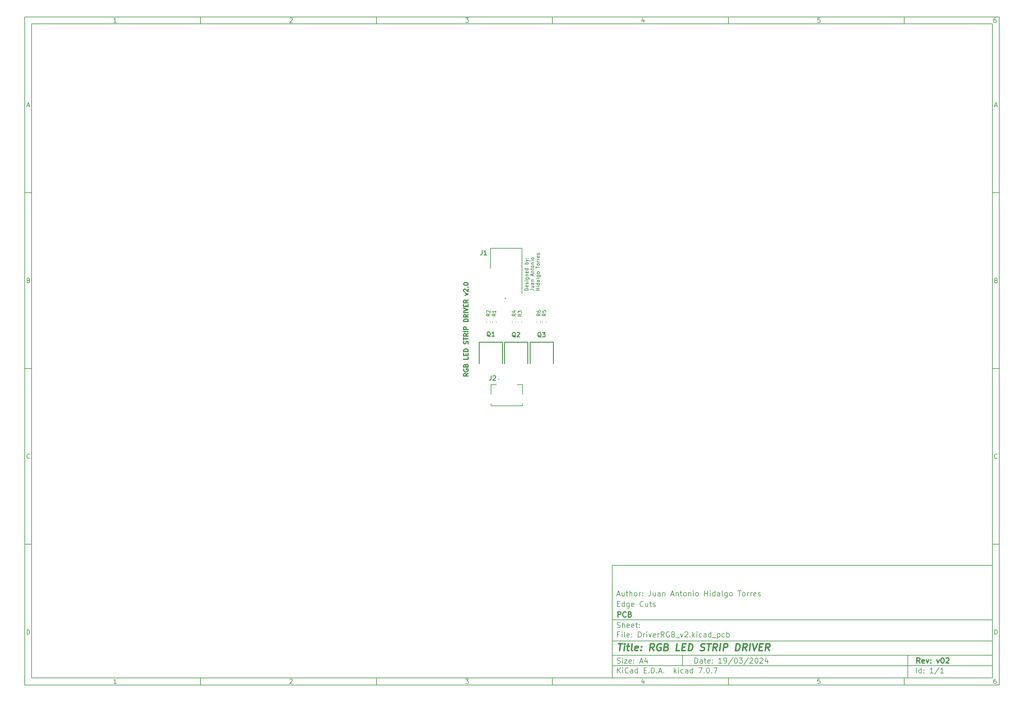
<source format=gbr>
%TF.GenerationSoftware,KiCad,Pcbnew,7.0.7*%
%TF.CreationDate,2024-04-23T17:54:34+02:00*%
%TF.ProjectId,DriverRGB_v2,44726976-6572-4524-9742-5f76322e6b69,v02*%
%TF.SameCoordinates,Original*%
%TF.FileFunction,Legend,Top*%
%TF.FilePolarity,Positive*%
%FSLAX46Y46*%
G04 Gerber Fmt 4.6, Leading zero omitted, Abs format (unit mm)*
G04 Created by KiCad (PCBNEW 7.0.7) date 2024-04-23 17:54:34*
%MOMM*%
%LPD*%
G01*
G04 APERTURE LIST*
%ADD10C,0.100000*%
%ADD11C,0.150000*%
%ADD12C,0.300000*%
%ADD13C,0.400000*%
%ADD14C,0.200000*%
%ADD15C,0.254000*%
%ADD16C,0.127000*%
%ADD17C,0.120000*%
G04 APERTURE END LIST*
D10*
D11*
X177002200Y-166007200D02*
X285002200Y-166007200D01*
X285002200Y-198007200D01*
X177002200Y-198007200D01*
X177002200Y-166007200D01*
D10*
D11*
X10000000Y-10000000D02*
X287002200Y-10000000D01*
X287002200Y-200007200D01*
X10000000Y-200007200D01*
X10000000Y-10000000D01*
D10*
D11*
X12000000Y-12000000D02*
X285002200Y-12000000D01*
X285002200Y-198007200D01*
X12000000Y-198007200D01*
X12000000Y-12000000D01*
D10*
D11*
X60000000Y-12000000D02*
X60000000Y-10000000D01*
D10*
D11*
X110000000Y-12000000D02*
X110000000Y-10000000D01*
D10*
D11*
X160000000Y-12000000D02*
X160000000Y-10000000D01*
D10*
D11*
X210000000Y-12000000D02*
X210000000Y-10000000D01*
D10*
D11*
X260000000Y-12000000D02*
X260000000Y-10000000D01*
D10*
D11*
X36089160Y-11593604D02*
X35346303Y-11593604D01*
X35717731Y-11593604D02*
X35717731Y-10293604D01*
X35717731Y-10293604D02*
X35593922Y-10479319D01*
X35593922Y-10479319D02*
X35470112Y-10603128D01*
X35470112Y-10603128D02*
X35346303Y-10665033D01*
D10*
D11*
X85346303Y-10417414D02*
X85408207Y-10355509D01*
X85408207Y-10355509D02*
X85532017Y-10293604D01*
X85532017Y-10293604D02*
X85841541Y-10293604D01*
X85841541Y-10293604D02*
X85965350Y-10355509D01*
X85965350Y-10355509D02*
X86027255Y-10417414D01*
X86027255Y-10417414D02*
X86089160Y-10541223D01*
X86089160Y-10541223D02*
X86089160Y-10665033D01*
X86089160Y-10665033D02*
X86027255Y-10850747D01*
X86027255Y-10850747D02*
X85284398Y-11593604D01*
X85284398Y-11593604D02*
X86089160Y-11593604D01*
D10*
D11*
X135284398Y-10293604D02*
X136089160Y-10293604D01*
X136089160Y-10293604D02*
X135655826Y-10788842D01*
X135655826Y-10788842D02*
X135841541Y-10788842D01*
X135841541Y-10788842D02*
X135965350Y-10850747D01*
X135965350Y-10850747D02*
X136027255Y-10912652D01*
X136027255Y-10912652D02*
X136089160Y-11036461D01*
X136089160Y-11036461D02*
X136089160Y-11345985D01*
X136089160Y-11345985D02*
X136027255Y-11469795D01*
X136027255Y-11469795D02*
X135965350Y-11531700D01*
X135965350Y-11531700D02*
X135841541Y-11593604D01*
X135841541Y-11593604D02*
X135470112Y-11593604D01*
X135470112Y-11593604D02*
X135346303Y-11531700D01*
X135346303Y-11531700D02*
X135284398Y-11469795D01*
D10*
D11*
X185965350Y-10726938D02*
X185965350Y-11593604D01*
X185655826Y-10231700D02*
X185346303Y-11160271D01*
X185346303Y-11160271D02*
X186151064Y-11160271D01*
D10*
D11*
X236027255Y-10293604D02*
X235408207Y-10293604D01*
X235408207Y-10293604D02*
X235346303Y-10912652D01*
X235346303Y-10912652D02*
X235408207Y-10850747D01*
X235408207Y-10850747D02*
X235532017Y-10788842D01*
X235532017Y-10788842D02*
X235841541Y-10788842D01*
X235841541Y-10788842D02*
X235965350Y-10850747D01*
X235965350Y-10850747D02*
X236027255Y-10912652D01*
X236027255Y-10912652D02*
X236089160Y-11036461D01*
X236089160Y-11036461D02*
X236089160Y-11345985D01*
X236089160Y-11345985D02*
X236027255Y-11469795D01*
X236027255Y-11469795D02*
X235965350Y-11531700D01*
X235965350Y-11531700D02*
X235841541Y-11593604D01*
X235841541Y-11593604D02*
X235532017Y-11593604D01*
X235532017Y-11593604D02*
X235408207Y-11531700D01*
X235408207Y-11531700D02*
X235346303Y-11469795D01*
D10*
D11*
X285965350Y-10293604D02*
X285717731Y-10293604D01*
X285717731Y-10293604D02*
X285593922Y-10355509D01*
X285593922Y-10355509D02*
X285532017Y-10417414D01*
X285532017Y-10417414D02*
X285408207Y-10603128D01*
X285408207Y-10603128D02*
X285346303Y-10850747D01*
X285346303Y-10850747D02*
X285346303Y-11345985D01*
X285346303Y-11345985D02*
X285408207Y-11469795D01*
X285408207Y-11469795D02*
X285470112Y-11531700D01*
X285470112Y-11531700D02*
X285593922Y-11593604D01*
X285593922Y-11593604D02*
X285841541Y-11593604D01*
X285841541Y-11593604D02*
X285965350Y-11531700D01*
X285965350Y-11531700D02*
X286027255Y-11469795D01*
X286027255Y-11469795D02*
X286089160Y-11345985D01*
X286089160Y-11345985D02*
X286089160Y-11036461D01*
X286089160Y-11036461D02*
X286027255Y-10912652D01*
X286027255Y-10912652D02*
X285965350Y-10850747D01*
X285965350Y-10850747D02*
X285841541Y-10788842D01*
X285841541Y-10788842D02*
X285593922Y-10788842D01*
X285593922Y-10788842D02*
X285470112Y-10850747D01*
X285470112Y-10850747D02*
X285408207Y-10912652D01*
X285408207Y-10912652D02*
X285346303Y-11036461D01*
D10*
D11*
X60000000Y-198007200D02*
X60000000Y-200007200D01*
D10*
D11*
X110000000Y-198007200D02*
X110000000Y-200007200D01*
D10*
D11*
X160000000Y-198007200D02*
X160000000Y-200007200D01*
D10*
D11*
X210000000Y-198007200D02*
X210000000Y-200007200D01*
D10*
D11*
X260000000Y-198007200D02*
X260000000Y-200007200D01*
D10*
D11*
X36089160Y-199600804D02*
X35346303Y-199600804D01*
X35717731Y-199600804D02*
X35717731Y-198300804D01*
X35717731Y-198300804D02*
X35593922Y-198486519D01*
X35593922Y-198486519D02*
X35470112Y-198610328D01*
X35470112Y-198610328D02*
X35346303Y-198672233D01*
D10*
D11*
X85346303Y-198424614D02*
X85408207Y-198362709D01*
X85408207Y-198362709D02*
X85532017Y-198300804D01*
X85532017Y-198300804D02*
X85841541Y-198300804D01*
X85841541Y-198300804D02*
X85965350Y-198362709D01*
X85965350Y-198362709D02*
X86027255Y-198424614D01*
X86027255Y-198424614D02*
X86089160Y-198548423D01*
X86089160Y-198548423D02*
X86089160Y-198672233D01*
X86089160Y-198672233D02*
X86027255Y-198857947D01*
X86027255Y-198857947D02*
X85284398Y-199600804D01*
X85284398Y-199600804D02*
X86089160Y-199600804D01*
D10*
D11*
X135284398Y-198300804D02*
X136089160Y-198300804D01*
X136089160Y-198300804D02*
X135655826Y-198796042D01*
X135655826Y-198796042D02*
X135841541Y-198796042D01*
X135841541Y-198796042D02*
X135965350Y-198857947D01*
X135965350Y-198857947D02*
X136027255Y-198919852D01*
X136027255Y-198919852D02*
X136089160Y-199043661D01*
X136089160Y-199043661D02*
X136089160Y-199353185D01*
X136089160Y-199353185D02*
X136027255Y-199476995D01*
X136027255Y-199476995D02*
X135965350Y-199538900D01*
X135965350Y-199538900D02*
X135841541Y-199600804D01*
X135841541Y-199600804D02*
X135470112Y-199600804D01*
X135470112Y-199600804D02*
X135346303Y-199538900D01*
X135346303Y-199538900D02*
X135284398Y-199476995D01*
D10*
D11*
X185965350Y-198734138D02*
X185965350Y-199600804D01*
X185655826Y-198238900D02*
X185346303Y-199167471D01*
X185346303Y-199167471D02*
X186151064Y-199167471D01*
D10*
D11*
X236027255Y-198300804D02*
X235408207Y-198300804D01*
X235408207Y-198300804D02*
X235346303Y-198919852D01*
X235346303Y-198919852D02*
X235408207Y-198857947D01*
X235408207Y-198857947D02*
X235532017Y-198796042D01*
X235532017Y-198796042D02*
X235841541Y-198796042D01*
X235841541Y-198796042D02*
X235965350Y-198857947D01*
X235965350Y-198857947D02*
X236027255Y-198919852D01*
X236027255Y-198919852D02*
X236089160Y-199043661D01*
X236089160Y-199043661D02*
X236089160Y-199353185D01*
X236089160Y-199353185D02*
X236027255Y-199476995D01*
X236027255Y-199476995D02*
X235965350Y-199538900D01*
X235965350Y-199538900D02*
X235841541Y-199600804D01*
X235841541Y-199600804D02*
X235532017Y-199600804D01*
X235532017Y-199600804D02*
X235408207Y-199538900D01*
X235408207Y-199538900D02*
X235346303Y-199476995D01*
D10*
D11*
X285965350Y-198300804D02*
X285717731Y-198300804D01*
X285717731Y-198300804D02*
X285593922Y-198362709D01*
X285593922Y-198362709D02*
X285532017Y-198424614D01*
X285532017Y-198424614D02*
X285408207Y-198610328D01*
X285408207Y-198610328D02*
X285346303Y-198857947D01*
X285346303Y-198857947D02*
X285346303Y-199353185D01*
X285346303Y-199353185D02*
X285408207Y-199476995D01*
X285408207Y-199476995D02*
X285470112Y-199538900D01*
X285470112Y-199538900D02*
X285593922Y-199600804D01*
X285593922Y-199600804D02*
X285841541Y-199600804D01*
X285841541Y-199600804D02*
X285965350Y-199538900D01*
X285965350Y-199538900D02*
X286027255Y-199476995D01*
X286027255Y-199476995D02*
X286089160Y-199353185D01*
X286089160Y-199353185D02*
X286089160Y-199043661D01*
X286089160Y-199043661D02*
X286027255Y-198919852D01*
X286027255Y-198919852D02*
X285965350Y-198857947D01*
X285965350Y-198857947D02*
X285841541Y-198796042D01*
X285841541Y-198796042D02*
X285593922Y-198796042D01*
X285593922Y-198796042D02*
X285470112Y-198857947D01*
X285470112Y-198857947D02*
X285408207Y-198919852D01*
X285408207Y-198919852D02*
X285346303Y-199043661D01*
D10*
D11*
X10000000Y-60000000D02*
X12000000Y-60000000D01*
D10*
D11*
X10000000Y-110000000D02*
X12000000Y-110000000D01*
D10*
D11*
X10000000Y-160000000D02*
X12000000Y-160000000D01*
D10*
D11*
X10690476Y-35222176D02*
X11309523Y-35222176D01*
X10566666Y-35593604D02*
X10999999Y-34293604D01*
X10999999Y-34293604D02*
X11433333Y-35593604D01*
D10*
D11*
X11092857Y-84912652D02*
X11278571Y-84974557D01*
X11278571Y-84974557D02*
X11340476Y-85036461D01*
X11340476Y-85036461D02*
X11402380Y-85160271D01*
X11402380Y-85160271D02*
X11402380Y-85345985D01*
X11402380Y-85345985D02*
X11340476Y-85469795D01*
X11340476Y-85469795D02*
X11278571Y-85531700D01*
X11278571Y-85531700D02*
X11154761Y-85593604D01*
X11154761Y-85593604D02*
X10659523Y-85593604D01*
X10659523Y-85593604D02*
X10659523Y-84293604D01*
X10659523Y-84293604D02*
X11092857Y-84293604D01*
X11092857Y-84293604D02*
X11216666Y-84355509D01*
X11216666Y-84355509D02*
X11278571Y-84417414D01*
X11278571Y-84417414D02*
X11340476Y-84541223D01*
X11340476Y-84541223D02*
X11340476Y-84665033D01*
X11340476Y-84665033D02*
X11278571Y-84788842D01*
X11278571Y-84788842D02*
X11216666Y-84850747D01*
X11216666Y-84850747D02*
X11092857Y-84912652D01*
X11092857Y-84912652D02*
X10659523Y-84912652D01*
D10*
D11*
X11402380Y-135469795D02*
X11340476Y-135531700D01*
X11340476Y-135531700D02*
X11154761Y-135593604D01*
X11154761Y-135593604D02*
X11030952Y-135593604D01*
X11030952Y-135593604D02*
X10845238Y-135531700D01*
X10845238Y-135531700D02*
X10721428Y-135407890D01*
X10721428Y-135407890D02*
X10659523Y-135284080D01*
X10659523Y-135284080D02*
X10597619Y-135036461D01*
X10597619Y-135036461D02*
X10597619Y-134850747D01*
X10597619Y-134850747D02*
X10659523Y-134603128D01*
X10659523Y-134603128D02*
X10721428Y-134479319D01*
X10721428Y-134479319D02*
X10845238Y-134355509D01*
X10845238Y-134355509D02*
X11030952Y-134293604D01*
X11030952Y-134293604D02*
X11154761Y-134293604D01*
X11154761Y-134293604D02*
X11340476Y-134355509D01*
X11340476Y-134355509D02*
X11402380Y-134417414D01*
D10*
D11*
X10659523Y-185593604D02*
X10659523Y-184293604D01*
X10659523Y-184293604D02*
X10969047Y-184293604D01*
X10969047Y-184293604D02*
X11154761Y-184355509D01*
X11154761Y-184355509D02*
X11278571Y-184479319D01*
X11278571Y-184479319D02*
X11340476Y-184603128D01*
X11340476Y-184603128D02*
X11402380Y-184850747D01*
X11402380Y-184850747D02*
X11402380Y-185036461D01*
X11402380Y-185036461D02*
X11340476Y-185284080D01*
X11340476Y-185284080D02*
X11278571Y-185407890D01*
X11278571Y-185407890D02*
X11154761Y-185531700D01*
X11154761Y-185531700D02*
X10969047Y-185593604D01*
X10969047Y-185593604D02*
X10659523Y-185593604D01*
D10*
D11*
X287002200Y-60000000D02*
X285002200Y-60000000D01*
D10*
D11*
X287002200Y-110000000D02*
X285002200Y-110000000D01*
D10*
D11*
X287002200Y-160000000D02*
X285002200Y-160000000D01*
D10*
D11*
X285692676Y-35222176D02*
X286311723Y-35222176D01*
X285568866Y-35593604D02*
X286002199Y-34293604D01*
X286002199Y-34293604D02*
X286435533Y-35593604D01*
D10*
D11*
X286095057Y-84912652D02*
X286280771Y-84974557D01*
X286280771Y-84974557D02*
X286342676Y-85036461D01*
X286342676Y-85036461D02*
X286404580Y-85160271D01*
X286404580Y-85160271D02*
X286404580Y-85345985D01*
X286404580Y-85345985D02*
X286342676Y-85469795D01*
X286342676Y-85469795D02*
X286280771Y-85531700D01*
X286280771Y-85531700D02*
X286156961Y-85593604D01*
X286156961Y-85593604D02*
X285661723Y-85593604D01*
X285661723Y-85593604D02*
X285661723Y-84293604D01*
X285661723Y-84293604D02*
X286095057Y-84293604D01*
X286095057Y-84293604D02*
X286218866Y-84355509D01*
X286218866Y-84355509D02*
X286280771Y-84417414D01*
X286280771Y-84417414D02*
X286342676Y-84541223D01*
X286342676Y-84541223D02*
X286342676Y-84665033D01*
X286342676Y-84665033D02*
X286280771Y-84788842D01*
X286280771Y-84788842D02*
X286218866Y-84850747D01*
X286218866Y-84850747D02*
X286095057Y-84912652D01*
X286095057Y-84912652D02*
X285661723Y-84912652D01*
D10*
D11*
X286404580Y-135469795D02*
X286342676Y-135531700D01*
X286342676Y-135531700D02*
X286156961Y-135593604D01*
X286156961Y-135593604D02*
X286033152Y-135593604D01*
X286033152Y-135593604D02*
X285847438Y-135531700D01*
X285847438Y-135531700D02*
X285723628Y-135407890D01*
X285723628Y-135407890D02*
X285661723Y-135284080D01*
X285661723Y-135284080D02*
X285599819Y-135036461D01*
X285599819Y-135036461D02*
X285599819Y-134850747D01*
X285599819Y-134850747D02*
X285661723Y-134603128D01*
X285661723Y-134603128D02*
X285723628Y-134479319D01*
X285723628Y-134479319D02*
X285847438Y-134355509D01*
X285847438Y-134355509D02*
X286033152Y-134293604D01*
X286033152Y-134293604D02*
X286156961Y-134293604D01*
X286156961Y-134293604D02*
X286342676Y-134355509D01*
X286342676Y-134355509D02*
X286404580Y-134417414D01*
D10*
D11*
X285661723Y-185593604D02*
X285661723Y-184293604D01*
X285661723Y-184293604D02*
X285971247Y-184293604D01*
X285971247Y-184293604D02*
X286156961Y-184355509D01*
X286156961Y-184355509D02*
X286280771Y-184479319D01*
X286280771Y-184479319D02*
X286342676Y-184603128D01*
X286342676Y-184603128D02*
X286404580Y-184850747D01*
X286404580Y-184850747D02*
X286404580Y-185036461D01*
X286404580Y-185036461D02*
X286342676Y-185284080D01*
X286342676Y-185284080D02*
X286280771Y-185407890D01*
X286280771Y-185407890D02*
X286156961Y-185531700D01*
X286156961Y-185531700D02*
X285971247Y-185593604D01*
X285971247Y-185593604D02*
X285661723Y-185593604D01*
D10*
D11*
X200458026Y-193793328D02*
X200458026Y-192293328D01*
X200458026Y-192293328D02*
X200815169Y-192293328D01*
X200815169Y-192293328D02*
X201029455Y-192364757D01*
X201029455Y-192364757D02*
X201172312Y-192507614D01*
X201172312Y-192507614D02*
X201243741Y-192650471D01*
X201243741Y-192650471D02*
X201315169Y-192936185D01*
X201315169Y-192936185D02*
X201315169Y-193150471D01*
X201315169Y-193150471D02*
X201243741Y-193436185D01*
X201243741Y-193436185D02*
X201172312Y-193579042D01*
X201172312Y-193579042D02*
X201029455Y-193721900D01*
X201029455Y-193721900D02*
X200815169Y-193793328D01*
X200815169Y-193793328D02*
X200458026Y-193793328D01*
X202600884Y-193793328D02*
X202600884Y-193007614D01*
X202600884Y-193007614D02*
X202529455Y-192864757D01*
X202529455Y-192864757D02*
X202386598Y-192793328D01*
X202386598Y-192793328D02*
X202100884Y-192793328D01*
X202100884Y-192793328D02*
X201958026Y-192864757D01*
X202600884Y-193721900D02*
X202458026Y-193793328D01*
X202458026Y-193793328D02*
X202100884Y-193793328D01*
X202100884Y-193793328D02*
X201958026Y-193721900D01*
X201958026Y-193721900D02*
X201886598Y-193579042D01*
X201886598Y-193579042D02*
X201886598Y-193436185D01*
X201886598Y-193436185D02*
X201958026Y-193293328D01*
X201958026Y-193293328D02*
X202100884Y-193221900D01*
X202100884Y-193221900D02*
X202458026Y-193221900D01*
X202458026Y-193221900D02*
X202600884Y-193150471D01*
X203100884Y-192793328D02*
X203672312Y-192793328D01*
X203315169Y-192293328D02*
X203315169Y-193579042D01*
X203315169Y-193579042D02*
X203386598Y-193721900D01*
X203386598Y-193721900D02*
X203529455Y-193793328D01*
X203529455Y-193793328D02*
X203672312Y-193793328D01*
X204743741Y-193721900D02*
X204600884Y-193793328D01*
X204600884Y-193793328D02*
X204315170Y-193793328D01*
X204315170Y-193793328D02*
X204172312Y-193721900D01*
X204172312Y-193721900D02*
X204100884Y-193579042D01*
X204100884Y-193579042D02*
X204100884Y-193007614D01*
X204100884Y-193007614D02*
X204172312Y-192864757D01*
X204172312Y-192864757D02*
X204315170Y-192793328D01*
X204315170Y-192793328D02*
X204600884Y-192793328D01*
X204600884Y-192793328D02*
X204743741Y-192864757D01*
X204743741Y-192864757D02*
X204815170Y-193007614D01*
X204815170Y-193007614D02*
X204815170Y-193150471D01*
X204815170Y-193150471D02*
X204100884Y-193293328D01*
X205458026Y-193650471D02*
X205529455Y-193721900D01*
X205529455Y-193721900D02*
X205458026Y-193793328D01*
X205458026Y-193793328D02*
X205386598Y-193721900D01*
X205386598Y-193721900D02*
X205458026Y-193650471D01*
X205458026Y-193650471D02*
X205458026Y-193793328D01*
X205458026Y-192864757D02*
X205529455Y-192936185D01*
X205529455Y-192936185D02*
X205458026Y-193007614D01*
X205458026Y-193007614D02*
X205386598Y-192936185D01*
X205386598Y-192936185D02*
X205458026Y-192864757D01*
X205458026Y-192864757D02*
X205458026Y-193007614D01*
X208100884Y-193793328D02*
X207243741Y-193793328D01*
X207672312Y-193793328D02*
X207672312Y-192293328D01*
X207672312Y-192293328D02*
X207529455Y-192507614D01*
X207529455Y-192507614D02*
X207386598Y-192650471D01*
X207386598Y-192650471D02*
X207243741Y-192721900D01*
X208815169Y-193793328D02*
X209100883Y-193793328D01*
X209100883Y-193793328D02*
X209243740Y-193721900D01*
X209243740Y-193721900D02*
X209315169Y-193650471D01*
X209315169Y-193650471D02*
X209458026Y-193436185D01*
X209458026Y-193436185D02*
X209529455Y-193150471D01*
X209529455Y-193150471D02*
X209529455Y-192579042D01*
X209529455Y-192579042D02*
X209458026Y-192436185D01*
X209458026Y-192436185D02*
X209386598Y-192364757D01*
X209386598Y-192364757D02*
X209243740Y-192293328D01*
X209243740Y-192293328D02*
X208958026Y-192293328D01*
X208958026Y-192293328D02*
X208815169Y-192364757D01*
X208815169Y-192364757D02*
X208743740Y-192436185D01*
X208743740Y-192436185D02*
X208672312Y-192579042D01*
X208672312Y-192579042D02*
X208672312Y-192936185D01*
X208672312Y-192936185D02*
X208743740Y-193079042D01*
X208743740Y-193079042D02*
X208815169Y-193150471D01*
X208815169Y-193150471D02*
X208958026Y-193221900D01*
X208958026Y-193221900D02*
X209243740Y-193221900D01*
X209243740Y-193221900D02*
X209386598Y-193150471D01*
X209386598Y-193150471D02*
X209458026Y-193079042D01*
X209458026Y-193079042D02*
X209529455Y-192936185D01*
X211243740Y-192221900D02*
X209958026Y-194150471D01*
X212029455Y-192293328D02*
X212172312Y-192293328D01*
X212172312Y-192293328D02*
X212315169Y-192364757D01*
X212315169Y-192364757D02*
X212386598Y-192436185D01*
X212386598Y-192436185D02*
X212458026Y-192579042D01*
X212458026Y-192579042D02*
X212529455Y-192864757D01*
X212529455Y-192864757D02*
X212529455Y-193221900D01*
X212529455Y-193221900D02*
X212458026Y-193507614D01*
X212458026Y-193507614D02*
X212386598Y-193650471D01*
X212386598Y-193650471D02*
X212315169Y-193721900D01*
X212315169Y-193721900D02*
X212172312Y-193793328D01*
X212172312Y-193793328D02*
X212029455Y-193793328D01*
X212029455Y-193793328D02*
X211886598Y-193721900D01*
X211886598Y-193721900D02*
X211815169Y-193650471D01*
X211815169Y-193650471D02*
X211743740Y-193507614D01*
X211743740Y-193507614D02*
X211672312Y-193221900D01*
X211672312Y-193221900D02*
X211672312Y-192864757D01*
X211672312Y-192864757D02*
X211743740Y-192579042D01*
X211743740Y-192579042D02*
X211815169Y-192436185D01*
X211815169Y-192436185D02*
X211886598Y-192364757D01*
X211886598Y-192364757D02*
X212029455Y-192293328D01*
X213029454Y-192293328D02*
X213958026Y-192293328D01*
X213958026Y-192293328D02*
X213458026Y-192864757D01*
X213458026Y-192864757D02*
X213672311Y-192864757D01*
X213672311Y-192864757D02*
X213815169Y-192936185D01*
X213815169Y-192936185D02*
X213886597Y-193007614D01*
X213886597Y-193007614D02*
X213958026Y-193150471D01*
X213958026Y-193150471D02*
X213958026Y-193507614D01*
X213958026Y-193507614D02*
X213886597Y-193650471D01*
X213886597Y-193650471D02*
X213815169Y-193721900D01*
X213815169Y-193721900D02*
X213672311Y-193793328D01*
X213672311Y-193793328D02*
X213243740Y-193793328D01*
X213243740Y-193793328D02*
X213100883Y-193721900D01*
X213100883Y-193721900D02*
X213029454Y-193650471D01*
X215672311Y-192221900D02*
X214386597Y-194150471D01*
X216100883Y-192436185D02*
X216172311Y-192364757D01*
X216172311Y-192364757D02*
X216315169Y-192293328D01*
X216315169Y-192293328D02*
X216672311Y-192293328D01*
X216672311Y-192293328D02*
X216815169Y-192364757D01*
X216815169Y-192364757D02*
X216886597Y-192436185D01*
X216886597Y-192436185D02*
X216958026Y-192579042D01*
X216958026Y-192579042D02*
X216958026Y-192721900D01*
X216958026Y-192721900D02*
X216886597Y-192936185D01*
X216886597Y-192936185D02*
X216029454Y-193793328D01*
X216029454Y-193793328D02*
X216958026Y-193793328D01*
X217886597Y-192293328D02*
X218029454Y-192293328D01*
X218029454Y-192293328D02*
X218172311Y-192364757D01*
X218172311Y-192364757D02*
X218243740Y-192436185D01*
X218243740Y-192436185D02*
X218315168Y-192579042D01*
X218315168Y-192579042D02*
X218386597Y-192864757D01*
X218386597Y-192864757D02*
X218386597Y-193221900D01*
X218386597Y-193221900D02*
X218315168Y-193507614D01*
X218315168Y-193507614D02*
X218243740Y-193650471D01*
X218243740Y-193650471D02*
X218172311Y-193721900D01*
X218172311Y-193721900D02*
X218029454Y-193793328D01*
X218029454Y-193793328D02*
X217886597Y-193793328D01*
X217886597Y-193793328D02*
X217743740Y-193721900D01*
X217743740Y-193721900D02*
X217672311Y-193650471D01*
X217672311Y-193650471D02*
X217600882Y-193507614D01*
X217600882Y-193507614D02*
X217529454Y-193221900D01*
X217529454Y-193221900D02*
X217529454Y-192864757D01*
X217529454Y-192864757D02*
X217600882Y-192579042D01*
X217600882Y-192579042D02*
X217672311Y-192436185D01*
X217672311Y-192436185D02*
X217743740Y-192364757D01*
X217743740Y-192364757D02*
X217886597Y-192293328D01*
X218958025Y-192436185D02*
X219029453Y-192364757D01*
X219029453Y-192364757D02*
X219172311Y-192293328D01*
X219172311Y-192293328D02*
X219529453Y-192293328D01*
X219529453Y-192293328D02*
X219672311Y-192364757D01*
X219672311Y-192364757D02*
X219743739Y-192436185D01*
X219743739Y-192436185D02*
X219815168Y-192579042D01*
X219815168Y-192579042D02*
X219815168Y-192721900D01*
X219815168Y-192721900D02*
X219743739Y-192936185D01*
X219743739Y-192936185D02*
X218886596Y-193793328D01*
X218886596Y-193793328D02*
X219815168Y-193793328D01*
X221100882Y-192793328D02*
X221100882Y-193793328D01*
X220743739Y-192221900D02*
X220386596Y-193293328D01*
X220386596Y-193293328D02*
X221315167Y-193293328D01*
D10*
D11*
X177002200Y-194507200D02*
X285002200Y-194507200D01*
D10*
D11*
X178458026Y-196593328D02*
X178458026Y-195093328D01*
X179315169Y-196593328D02*
X178672312Y-195736185D01*
X179315169Y-195093328D02*
X178458026Y-195950471D01*
X179958026Y-196593328D02*
X179958026Y-195593328D01*
X179958026Y-195093328D02*
X179886598Y-195164757D01*
X179886598Y-195164757D02*
X179958026Y-195236185D01*
X179958026Y-195236185D02*
X180029455Y-195164757D01*
X180029455Y-195164757D02*
X179958026Y-195093328D01*
X179958026Y-195093328D02*
X179958026Y-195236185D01*
X181529455Y-196450471D02*
X181458027Y-196521900D01*
X181458027Y-196521900D02*
X181243741Y-196593328D01*
X181243741Y-196593328D02*
X181100884Y-196593328D01*
X181100884Y-196593328D02*
X180886598Y-196521900D01*
X180886598Y-196521900D02*
X180743741Y-196379042D01*
X180743741Y-196379042D02*
X180672312Y-196236185D01*
X180672312Y-196236185D02*
X180600884Y-195950471D01*
X180600884Y-195950471D02*
X180600884Y-195736185D01*
X180600884Y-195736185D02*
X180672312Y-195450471D01*
X180672312Y-195450471D02*
X180743741Y-195307614D01*
X180743741Y-195307614D02*
X180886598Y-195164757D01*
X180886598Y-195164757D02*
X181100884Y-195093328D01*
X181100884Y-195093328D02*
X181243741Y-195093328D01*
X181243741Y-195093328D02*
X181458027Y-195164757D01*
X181458027Y-195164757D02*
X181529455Y-195236185D01*
X182815170Y-196593328D02*
X182815170Y-195807614D01*
X182815170Y-195807614D02*
X182743741Y-195664757D01*
X182743741Y-195664757D02*
X182600884Y-195593328D01*
X182600884Y-195593328D02*
X182315170Y-195593328D01*
X182315170Y-195593328D02*
X182172312Y-195664757D01*
X182815170Y-196521900D02*
X182672312Y-196593328D01*
X182672312Y-196593328D02*
X182315170Y-196593328D01*
X182315170Y-196593328D02*
X182172312Y-196521900D01*
X182172312Y-196521900D02*
X182100884Y-196379042D01*
X182100884Y-196379042D02*
X182100884Y-196236185D01*
X182100884Y-196236185D02*
X182172312Y-196093328D01*
X182172312Y-196093328D02*
X182315170Y-196021900D01*
X182315170Y-196021900D02*
X182672312Y-196021900D01*
X182672312Y-196021900D02*
X182815170Y-195950471D01*
X184172313Y-196593328D02*
X184172313Y-195093328D01*
X184172313Y-196521900D02*
X184029455Y-196593328D01*
X184029455Y-196593328D02*
X183743741Y-196593328D01*
X183743741Y-196593328D02*
X183600884Y-196521900D01*
X183600884Y-196521900D02*
X183529455Y-196450471D01*
X183529455Y-196450471D02*
X183458027Y-196307614D01*
X183458027Y-196307614D02*
X183458027Y-195879042D01*
X183458027Y-195879042D02*
X183529455Y-195736185D01*
X183529455Y-195736185D02*
X183600884Y-195664757D01*
X183600884Y-195664757D02*
X183743741Y-195593328D01*
X183743741Y-195593328D02*
X184029455Y-195593328D01*
X184029455Y-195593328D02*
X184172313Y-195664757D01*
X186029455Y-195807614D02*
X186529455Y-195807614D01*
X186743741Y-196593328D02*
X186029455Y-196593328D01*
X186029455Y-196593328D02*
X186029455Y-195093328D01*
X186029455Y-195093328D02*
X186743741Y-195093328D01*
X187386598Y-196450471D02*
X187458027Y-196521900D01*
X187458027Y-196521900D02*
X187386598Y-196593328D01*
X187386598Y-196593328D02*
X187315170Y-196521900D01*
X187315170Y-196521900D02*
X187386598Y-196450471D01*
X187386598Y-196450471D02*
X187386598Y-196593328D01*
X188100884Y-196593328D02*
X188100884Y-195093328D01*
X188100884Y-195093328D02*
X188458027Y-195093328D01*
X188458027Y-195093328D02*
X188672313Y-195164757D01*
X188672313Y-195164757D02*
X188815170Y-195307614D01*
X188815170Y-195307614D02*
X188886599Y-195450471D01*
X188886599Y-195450471D02*
X188958027Y-195736185D01*
X188958027Y-195736185D02*
X188958027Y-195950471D01*
X188958027Y-195950471D02*
X188886599Y-196236185D01*
X188886599Y-196236185D02*
X188815170Y-196379042D01*
X188815170Y-196379042D02*
X188672313Y-196521900D01*
X188672313Y-196521900D02*
X188458027Y-196593328D01*
X188458027Y-196593328D02*
X188100884Y-196593328D01*
X189600884Y-196450471D02*
X189672313Y-196521900D01*
X189672313Y-196521900D02*
X189600884Y-196593328D01*
X189600884Y-196593328D02*
X189529456Y-196521900D01*
X189529456Y-196521900D02*
X189600884Y-196450471D01*
X189600884Y-196450471D02*
X189600884Y-196593328D01*
X190243742Y-196164757D02*
X190958028Y-196164757D01*
X190100885Y-196593328D02*
X190600885Y-195093328D01*
X190600885Y-195093328D02*
X191100885Y-196593328D01*
X191600884Y-196450471D02*
X191672313Y-196521900D01*
X191672313Y-196521900D02*
X191600884Y-196593328D01*
X191600884Y-196593328D02*
X191529456Y-196521900D01*
X191529456Y-196521900D02*
X191600884Y-196450471D01*
X191600884Y-196450471D02*
X191600884Y-196593328D01*
X194600884Y-196593328D02*
X194600884Y-195093328D01*
X194743742Y-196021900D02*
X195172313Y-196593328D01*
X195172313Y-195593328D02*
X194600884Y-196164757D01*
X195815170Y-196593328D02*
X195815170Y-195593328D01*
X195815170Y-195093328D02*
X195743742Y-195164757D01*
X195743742Y-195164757D02*
X195815170Y-195236185D01*
X195815170Y-195236185D02*
X195886599Y-195164757D01*
X195886599Y-195164757D02*
X195815170Y-195093328D01*
X195815170Y-195093328D02*
X195815170Y-195236185D01*
X197172314Y-196521900D02*
X197029456Y-196593328D01*
X197029456Y-196593328D02*
X196743742Y-196593328D01*
X196743742Y-196593328D02*
X196600885Y-196521900D01*
X196600885Y-196521900D02*
X196529456Y-196450471D01*
X196529456Y-196450471D02*
X196458028Y-196307614D01*
X196458028Y-196307614D02*
X196458028Y-195879042D01*
X196458028Y-195879042D02*
X196529456Y-195736185D01*
X196529456Y-195736185D02*
X196600885Y-195664757D01*
X196600885Y-195664757D02*
X196743742Y-195593328D01*
X196743742Y-195593328D02*
X197029456Y-195593328D01*
X197029456Y-195593328D02*
X197172314Y-195664757D01*
X198458028Y-196593328D02*
X198458028Y-195807614D01*
X198458028Y-195807614D02*
X198386599Y-195664757D01*
X198386599Y-195664757D02*
X198243742Y-195593328D01*
X198243742Y-195593328D02*
X197958028Y-195593328D01*
X197958028Y-195593328D02*
X197815170Y-195664757D01*
X198458028Y-196521900D02*
X198315170Y-196593328D01*
X198315170Y-196593328D02*
X197958028Y-196593328D01*
X197958028Y-196593328D02*
X197815170Y-196521900D01*
X197815170Y-196521900D02*
X197743742Y-196379042D01*
X197743742Y-196379042D02*
X197743742Y-196236185D01*
X197743742Y-196236185D02*
X197815170Y-196093328D01*
X197815170Y-196093328D02*
X197958028Y-196021900D01*
X197958028Y-196021900D02*
X198315170Y-196021900D01*
X198315170Y-196021900D02*
X198458028Y-195950471D01*
X199815171Y-196593328D02*
X199815171Y-195093328D01*
X199815171Y-196521900D02*
X199672313Y-196593328D01*
X199672313Y-196593328D02*
X199386599Y-196593328D01*
X199386599Y-196593328D02*
X199243742Y-196521900D01*
X199243742Y-196521900D02*
X199172313Y-196450471D01*
X199172313Y-196450471D02*
X199100885Y-196307614D01*
X199100885Y-196307614D02*
X199100885Y-195879042D01*
X199100885Y-195879042D02*
X199172313Y-195736185D01*
X199172313Y-195736185D02*
X199243742Y-195664757D01*
X199243742Y-195664757D02*
X199386599Y-195593328D01*
X199386599Y-195593328D02*
X199672313Y-195593328D01*
X199672313Y-195593328D02*
X199815171Y-195664757D01*
X201529456Y-195093328D02*
X202529456Y-195093328D01*
X202529456Y-195093328D02*
X201886599Y-196593328D01*
X203100884Y-196450471D02*
X203172313Y-196521900D01*
X203172313Y-196521900D02*
X203100884Y-196593328D01*
X203100884Y-196593328D02*
X203029456Y-196521900D01*
X203029456Y-196521900D02*
X203100884Y-196450471D01*
X203100884Y-196450471D02*
X203100884Y-196593328D01*
X204100885Y-195093328D02*
X204243742Y-195093328D01*
X204243742Y-195093328D02*
X204386599Y-195164757D01*
X204386599Y-195164757D02*
X204458028Y-195236185D01*
X204458028Y-195236185D02*
X204529456Y-195379042D01*
X204529456Y-195379042D02*
X204600885Y-195664757D01*
X204600885Y-195664757D02*
X204600885Y-196021900D01*
X204600885Y-196021900D02*
X204529456Y-196307614D01*
X204529456Y-196307614D02*
X204458028Y-196450471D01*
X204458028Y-196450471D02*
X204386599Y-196521900D01*
X204386599Y-196521900D02*
X204243742Y-196593328D01*
X204243742Y-196593328D02*
X204100885Y-196593328D01*
X204100885Y-196593328D02*
X203958028Y-196521900D01*
X203958028Y-196521900D02*
X203886599Y-196450471D01*
X203886599Y-196450471D02*
X203815170Y-196307614D01*
X203815170Y-196307614D02*
X203743742Y-196021900D01*
X203743742Y-196021900D02*
X203743742Y-195664757D01*
X203743742Y-195664757D02*
X203815170Y-195379042D01*
X203815170Y-195379042D02*
X203886599Y-195236185D01*
X203886599Y-195236185D02*
X203958028Y-195164757D01*
X203958028Y-195164757D02*
X204100885Y-195093328D01*
X205243741Y-196450471D02*
X205315170Y-196521900D01*
X205315170Y-196521900D02*
X205243741Y-196593328D01*
X205243741Y-196593328D02*
X205172313Y-196521900D01*
X205172313Y-196521900D02*
X205243741Y-196450471D01*
X205243741Y-196450471D02*
X205243741Y-196593328D01*
X205815170Y-195093328D02*
X206815170Y-195093328D01*
X206815170Y-195093328D02*
X206172313Y-196593328D01*
D10*
D11*
X177002200Y-191507200D02*
X285002200Y-191507200D01*
D10*
D12*
X264413853Y-193785528D02*
X263913853Y-193071242D01*
X263556710Y-193785528D02*
X263556710Y-192285528D01*
X263556710Y-192285528D02*
X264128139Y-192285528D01*
X264128139Y-192285528D02*
X264270996Y-192356957D01*
X264270996Y-192356957D02*
X264342425Y-192428385D01*
X264342425Y-192428385D02*
X264413853Y-192571242D01*
X264413853Y-192571242D02*
X264413853Y-192785528D01*
X264413853Y-192785528D02*
X264342425Y-192928385D01*
X264342425Y-192928385D02*
X264270996Y-192999814D01*
X264270996Y-192999814D02*
X264128139Y-193071242D01*
X264128139Y-193071242D02*
X263556710Y-193071242D01*
X265628139Y-193714100D02*
X265485282Y-193785528D01*
X265485282Y-193785528D02*
X265199568Y-193785528D01*
X265199568Y-193785528D02*
X265056710Y-193714100D01*
X265056710Y-193714100D02*
X264985282Y-193571242D01*
X264985282Y-193571242D02*
X264985282Y-192999814D01*
X264985282Y-192999814D02*
X265056710Y-192856957D01*
X265056710Y-192856957D02*
X265199568Y-192785528D01*
X265199568Y-192785528D02*
X265485282Y-192785528D01*
X265485282Y-192785528D02*
X265628139Y-192856957D01*
X265628139Y-192856957D02*
X265699568Y-192999814D01*
X265699568Y-192999814D02*
X265699568Y-193142671D01*
X265699568Y-193142671D02*
X264985282Y-193285528D01*
X266199567Y-192785528D02*
X266556710Y-193785528D01*
X266556710Y-193785528D02*
X266913853Y-192785528D01*
X267485281Y-193642671D02*
X267556710Y-193714100D01*
X267556710Y-193714100D02*
X267485281Y-193785528D01*
X267485281Y-193785528D02*
X267413853Y-193714100D01*
X267413853Y-193714100D02*
X267485281Y-193642671D01*
X267485281Y-193642671D02*
X267485281Y-193785528D01*
X267485281Y-192856957D02*
X267556710Y-192928385D01*
X267556710Y-192928385D02*
X267485281Y-192999814D01*
X267485281Y-192999814D02*
X267413853Y-192928385D01*
X267413853Y-192928385D02*
X267485281Y-192856957D01*
X267485281Y-192856957D02*
X267485281Y-192999814D01*
X269199567Y-192785528D02*
X269556710Y-193785528D01*
X269556710Y-193785528D02*
X269913853Y-192785528D01*
X270770996Y-192285528D02*
X270913853Y-192285528D01*
X270913853Y-192285528D02*
X271056710Y-192356957D01*
X271056710Y-192356957D02*
X271128139Y-192428385D01*
X271128139Y-192428385D02*
X271199567Y-192571242D01*
X271199567Y-192571242D02*
X271270996Y-192856957D01*
X271270996Y-192856957D02*
X271270996Y-193214100D01*
X271270996Y-193214100D02*
X271199567Y-193499814D01*
X271199567Y-193499814D02*
X271128139Y-193642671D01*
X271128139Y-193642671D02*
X271056710Y-193714100D01*
X271056710Y-193714100D02*
X270913853Y-193785528D01*
X270913853Y-193785528D02*
X270770996Y-193785528D01*
X270770996Y-193785528D02*
X270628139Y-193714100D01*
X270628139Y-193714100D02*
X270556710Y-193642671D01*
X270556710Y-193642671D02*
X270485281Y-193499814D01*
X270485281Y-193499814D02*
X270413853Y-193214100D01*
X270413853Y-193214100D02*
X270413853Y-192856957D01*
X270413853Y-192856957D02*
X270485281Y-192571242D01*
X270485281Y-192571242D02*
X270556710Y-192428385D01*
X270556710Y-192428385D02*
X270628139Y-192356957D01*
X270628139Y-192356957D02*
X270770996Y-192285528D01*
X271842424Y-192428385D02*
X271913852Y-192356957D01*
X271913852Y-192356957D02*
X272056710Y-192285528D01*
X272056710Y-192285528D02*
X272413852Y-192285528D01*
X272413852Y-192285528D02*
X272556710Y-192356957D01*
X272556710Y-192356957D02*
X272628138Y-192428385D01*
X272628138Y-192428385D02*
X272699567Y-192571242D01*
X272699567Y-192571242D02*
X272699567Y-192714100D01*
X272699567Y-192714100D02*
X272628138Y-192928385D01*
X272628138Y-192928385D02*
X271770995Y-193785528D01*
X271770995Y-193785528D02*
X272699567Y-193785528D01*
D10*
D11*
X178386598Y-193721900D02*
X178600884Y-193793328D01*
X178600884Y-193793328D02*
X178958026Y-193793328D01*
X178958026Y-193793328D02*
X179100884Y-193721900D01*
X179100884Y-193721900D02*
X179172312Y-193650471D01*
X179172312Y-193650471D02*
X179243741Y-193507614D01*
X179243741Y-193507614D02*
X179243741Y-193364757D01*
X179243741Y-193364757D02*
X179172312Y-193221900D01*
X179172312Y-193221900D02*
X179100884Y-193150471D01*
X179100884Y-193150471D02*
X178958026Y-193079042D01*
X178958026Y-193079042D02*
X178672312Y-193007614D01*
X178672312Y-193007614D02*
X178529455Y-192936185D01*
X178529455Y-192936185D02*
X178458026Y-192864757D01*
X178458026Y-192864757D02*
X178386598Y-192721900D01*
X178386598Y-192721900D02*
X178386598Y-192579042D01*
X178386598Y-192579042D02*
X178458026Y-192436185D01*
X178458026Y-192436185D02*
X178529455Y-192364757D01*
X178529455Y-192364757D02*
X178672312Y-192293328D01*
X178672312Y-192293328D02*
X179029455Y-192293328D01*
X179029455Y-192293328D02*
X179243741Y-192364757D01*
X179886597Y-193793328D02*
X179886597Y-192793328D01*
X179886597Y-192293328D02*
X179815169Y-192364757D01*
X179815169Y-192364757D02*
X179886597Y-192436185D01*
X179886597Y-192436185D02*
X179958026Y-192364757D01*
X179958026Y-192364757D02*
X179886597Y-192293328D01*
X179886597Y-192293328D02*
X179886597Y-192436185D01*
X180458026Y-192793328D02*
X181243741Y-192793328D01*
X181243741Y-192793328D02*
X180458026Y-193793328D01*
X180458026Y-193793328D02*
X181243741Y-193793328D01*
X182386598Y-193721900D02*
X182243741Y-193793328D01*
X182243741Y-193793328D02*
X181958027Y-193793328D01*
X181958027Y-193793328D02*
X181815169Y-193721900D01*
X181815169Y-193721900D02*
X181743741Y-193579042D01*
X181743741Y-193579042D02*
X181743741Y-193007614D01*
X181743741Y-193007614D02*
X181815169Y-192864757D01*
X181815169Y-192864757D02*
X181958027Y-192793328D01*
X181958027Y-192793328D02*
X182243741Y-192793328D01*
X182243741Y-192793328D02*
X182386598Y-192864757D01*
X182386598Y-192864757D02*
X182458027Y-193007614D01*
X182458027Y-193007614D02*
X182458027Y-193150471D01*
X182458027Y-193150471D02*
X181743741Y-193293328D01*
X183100883Y-193650471D02*
X183172312Y-193721900D01*
X183172312Y-193721900D02*
X183100883Y-193793328D01*
X183100883Y-193793328D02*
X183029455Y-193721900D01*
X183029455Y-193721900D02*
X183100883Y-193650471D01*
X183100883Y-193650471D02*
X183100883Y-193793328D01*
X183100883Y-192864757D02*
X183172312Y-192936185D01*
X183172312Y-192936185D02*
X183100883Y-193007614D01*
X183100883Y-193007614D02*
X183029455Y-192936185D01*
X183029455Y-192936185D02*
X183100883Y-192864757D01*
X183100883Y-192864757D02*
X183100883Y-193007614D01*
X184886598Y-193364757D02*
X185600884Y-193364757D01*
X184743741Y-193793328D02*
X185243741Y-192293328D01*
X185243741Y-192293328D02*
X185743741Y-193793328D01*
X186886598Y-192793328D02*
X186886598Y-193793328D01*
X186529455Y-192221900D02*
X186172312Y-193293328D01*
X186172312Y-193293328D02*
X187100883Y-193293328D01*
D10*
D11*
X263458026Y-196593328D02*
X263458026Y-195093328D01*
X264815170Y-196593328D02*
X264815170Y-195093328D01*
X264815170Y-196521900D02*
X264672312Y-196593328D01*
X264672312Y-196593328D02*
X264386598Y-196593328D01*
X264386598Y-196593328D02*
X264243741Y-196521900D01*
X264243741Y-196521900D02*
X264172312Y-196450471D01*
X264172312Y-196450471D02*
X264100884Y-196307614D01*
X264100884Y-196307614D02*
X264100884Y-195879042D01*
X264100884Y-195879042D02*
X264172312Y-195736185D01*
X264172312Y-195736185D02*
X264243741Y-195664757D01*
X264243741Y-195664757D02*
X264386598Y-195593328D01*
X264386598Y-195593328D02*
X264672312Y-195593328D01*
X264672312Y-195593328D02*
X264815170Y-195664757D01*
X265529455Y-196450471D02*
X265600884Y-196521900D01*
X265600884Y-196521900D02*
X265529455Y-196593328D01*
X265529455Y-196593328D02*
X265458027Y-196521900D01*
X265458027Y-196521900D02*
X265529455Y-196450471D01*
X265529455Y-196450471D02*
X265529455Y-196593328D01*
X265529455Y-195664757D02*
X265600884Y-195736185D01*
X265600884Y-195736185D02*
X265529455Y-195807614D01*
X265529455Y-195807614D02*
X265458027Y-195736185D01*
X265458027Y-195736185D02*
X265529455Y-195664757D01*
X265529455Y-195664757D02*
X265529455Y-195807614D01*
X268172313Y-196593328D02*
X267315170Y-196593328D01*
X267743741Y-196593328D02*
X267743741Y-195093328D01*
X267743741Y-195093328D02*
X267600884Y-195307614D01*
X267600884Y-195307614D02*
X267458027Y-195450471D01*
X267458027Y-195450471D02*
X267315170Y-195521900D01*
X269886598Y-195021900D02*
X268600884Y-196950471D01*
X271172313Y-196593328D02*
X270315170Y-196593328D01*
X270743741Y-196593328D02*
X270743741Y-195093328D01*
X270743741Y-195093328D02*
X270600884Y-195307614D01*
X270600884Y-195307614D02*
X270458027Y-195450471D01*
X270458027Y-195450471D02*
X270315170Y-195521900D01*
D10*
D11*
X177002200Y-187507200D02*
X285002200Y-187507200D01*
D10*
D13*
X178693928Y-188211638D02*
X179836785Y-188211638D01*
X179015357Y-190211638D02*
X179265357Y-188211638D01*
X180253452Y-190211638D02*
X180420119Y-188878304D01*
X180503452Y-188211638D02*
X180396309Y-188306876D01*
X180396309Y-188306876D02*
X180479643Y-188402114D01*
X180479643Y-188402114D02*
X180586786Y-188306876D01*
X180586786Y-188306876D02*
X180503452Y-188211638D01*
X180503452Y-188211638D02*
X180479643Y-188402114D01*
X181086786Y-188878304D02*
X181848690Y-188878304D01*
X181455833Y-188211638D02*
X181241548Y-189925923D01*
X181241548Y-189925923D02*
X181312976Y-190116400D01*
X181312976Y-190116400D02*
X181491548Y-190211638D01*
X181491548Y-190211638D02*
X181682024Y-190211638D01*
X182634405Y-190211638D02*
X182455833Y-190116400D01*
X182455833Y-190116400D02*
X182384405Y-189925923D01*
X182384405Y-189925923D02*
X182598690Y-188211638D01*
X184170119Y-190116400D02*
X183967738Y-190211638D01*
X183967738Y-190211638D02*
X183586785Y-190211638D01*
X183586785Y-190211638D02*
X183408214Y-190116400D01*
X183408214Y-190116400D02*
X183336785Y-189925923D01*
X183336785Y-189925923D02*
X183432024Y-189164019D01*
X183432024Y-189164019D02*
X183551071Y-188973542D01*
X183551071Y-188973542D02*
X183753452Y-188878304D01*
X183753452Y-188878304D02*
X184134404Y-188878304D01*
X184134404Y-188878304D02*
X184312976Y-188973542D01*
X184312976Y-188973542D02*
X184384404Y-189164019D01*
X184384404Y-189164019D02*
X184360595Y-189354495D01*
X184360595Y-189354495D02*
X183384404Y-189544971D01*
X185134405Y-190021161D02*
X185217738Y-190116400D01*
X185217738Y-190116400D02*
X185110595Y-190211638D01*
X185110595Y-190211638D02*
X185027262Y-190116400D01*
X185027262Y-190116400D02*
X185134405Y-190021161D01*
X185134405Y-190021161D02*
X185110595Y-190211638D01*
X185265357Y-188973542D02*
X185348690Y-189068780D01*
X185348690Y-189068780D02*
X185241548Y-189164019D01*
X185241548Y-189164019D02*
X185158214Y-189068780D01*
X185158214Y-189068780D02*
X185265357Y-188973542D01*
X185265357Y-188973542D02*
X185241548Y-189164019D01*
X188729643Y-190211638D02*
X188182024Y-189259257D01*
X187586786Y-190211638D02*
X187836786Y-188211638D01*
X187836786Y-188211638D02*
X188598691Y-188211638D01*
X188598691Y-188211638D02*
X188777262Y-188306876D01*
X188777262Y-188306876D02*
X188860596Y-188402114D01*
X188860596Y-188402114D02*
X188932024Y-188592590D01*
X188932024Y-188592590D02*
X188896310Y-188878304D01*
X188896310Y-188878304D02*
X188777262Y-189068780D01*
X188777262Y-189068780D02*
X188670120Y-189164019D01*
X188670120Y-189164019D02*
X188467739Y-189259257D01*
X188467739Y-189259257D02*
X187705834Y-189259257D01*
X190872501Y-188306876D02*
X190693929Y-188211638D01*
X190693929Y-188211638D02*
X190408215Y-188211638D01*
X190408215Y-188211638D02*
X190110596Y-188306876D01*
X190110596Y-188306876D02*
X189896310Y-188497352D01*
X189896310Y-188497352D02*
X189777262Y-188687828D01*
X189777262Y-188687828D02*
X189634405Y-189068780D01*
X189634405Y-189068780D02*
X189598691Y-189354495D01*
X189598691Y-189354495D02*
X189646310Y-189735447D01*
X189646310Y-189735447D02*
X189717739Y-189925923D01*
X189717739Y-189925923D02*
X189884405Y-190116400D01*
X189884405Y-190116400D02*
X190158215Y-190211638D01*
X190158215Y-190211638D02*
X190348691Y-190211638D01*
X190348691Y-190211638D02*
X190646310Y-190116400D01*
X190646310Y-190116400D02*
X190753453Y-190021161D01*
X190753453Y-190021161D02*
X190836786Y-189354495D01*
X190836786Y-189354495D02*
X190455834Y-189354495D01*
X192384405Y-189164019D02*
X192658215Y-189259257D01*
X192658215Y-189259257D02*
X192741548Y-189354495D01*
X192741548Y-189354495D02*
X192812977Y-189544971D01*
X192812977Y-189544971D02*
X192777262Y-189830685D01*
X192777262Y-189830685D02*
X192658215Y-190021161D01*
X192658215Y-190021161D02*
X192551072Y-190116400D01*
X192551072Y-190116400D02*
X192348691Y-190211638D01*
X192348691Y-190211638D02*
X191586786Y-190211638D01*
X191586786Y-190211638D02*
X191836786Y-188211638D01*
X191836786Y-188211638D02*
X192503453Y-188211638D01*
X192503453Y-188211638D02*
X192682024Y-188306876D01*
X192682024Y-188306876D02*
X192765358Y-188402114D01*
X192765358Y-188402114D02*
X192836786Y-188592590D01*
X192836786Y-188592590D02*
X192812977Y-188783066D01*
X192812977Y-188783066D02*
X192693929Y-188973542D01*
X192693929Y-188973542D02*
X192586786Y-189068780D01*
X192586786Y-189068780D02*
X192384405Y-189164019D01*
X192384405Y-189164019D02*
X191717739Y-189164019D01*
X196062977Y-190211638D02*
X195110596Y-190211638D01*
X195110596Y-190211638D02*
X195360596Y-188211638D01*
X196860597Y-189164019D02*
X197527263Y-189164019D01*
X197682025Y-190211638D02*
X196729644Y-190211638D01*
X196729644Y-190211638D02*
X196979644Y-188211638D01*
X196979644Y-188211638D02*
X197932025Y-188211638D01*
X198539168Y-190211638D02*
X198789168Y-188211638D01*
X198789168Y-188211638D02*
X199265359Y-188211638D01*
X199265359Y-188211638D02*
X199539168Y-188306876D01*
X199539168Y-188306876D02*
X199705835Y-188497352D01*
X199705835Y-188497352D02*
X199777263Y-188687828D01*
X199777263Y-188687828D02*
X199824883Y-189068780D01*
X199824883Y-189068780D02*
X199789168Y-189354495D01*
X199789168Y-189354495D02*
X199646311Y-189735447D01*
X199646311Y-189735447D02*
X199527263Y-189925923D01*
X199527263Y-189925923D02*
X199312978Y-190116400D01*
X199312978Y-190116400D02*
X199015359Y-190211638D01*
X199015359Y-190211638D02*
X198539168Y-190211638D01*
X201979645Y-190116400D02*
X202253454Y-190211638D01*
X202253454Y-190211638D02*
X202729645Y-190211638D01*
X202729645Y-190211638D02*
X202932026Y-190116400D01*
X202932026Y-190116400D02*
X203039169Y-190021161D01*
X203039169Y-190021161D02*
X203158216Y-189830685D01*
X203158216Y-189830685D02*
X203182026Y-189640209D01*
X203182026Y-189640209D02*
X203110597Y-189449733D01*
X203110597Y-189449733D02*
X203027264Y-189354495D01*
X203027264Y-189354495D02*
X202848693Y-189259257D01*
X202848693Y-189259257D02*
X202479645Y-189164019D01*
X202479645Y-189164019D02*
X202301073Y-189068780D01*
X202301073Y-189068780D02*
X202217740Y-188973542D01*
X202217740Y-188973542D02*
X202146312Y-188783066D01*
X202146312Y-188783066D02*
X202170121Y-188592590D01*
X202170121Y-188592590D02*
X202289169Y-188402114D01*
X202289169Y-188402114D02*
X202396312Y-188306876D01*
X202396312Y-188306876D02*
X202598693Y-188211638D01*
X202598693Y-188211638D02*
X203074883Y-188211638D01*
X203074883Y-188211638D02*
X203348693Y-188306876D01*
X203932026Y-188211638D02*
X205074883Y-188211638D01*
X204253455Y-190211638D02*
X204503455Y-188211638D01*
X206634407Y-190211638D02*
X206086788Y-189259257D01*
X205491550Y-190211638D02*
X205741550Y-188211638D01*
X205741550Y-188211638D02*
X206503455Y-188211638D01*
X206503455Y-188211638D02*
X206682026Y-188306876D01*
X206682026Y-188306876D02*
X206765360Y-188402114D01*
X206765360Y-188402114D02*
X206836788Y-188592590D01*
X206836788Y-188592590D02*
X206801074Y-188878304D01*
X206801074Y-188878304D02*
X206682026Y-189068780D01*
X206682026Y-189068780D02*
X206574884Y-189164019D01*
X206574884Y-189164019D02*
X206372503Y-189259257D01*
X206372503Y-189259257D02*
X205610598Y-189259257D01*
X207491550Y-190211638D02*
X207741550Y-188211638D01*
X208443931Y-190211638D02*
X208693931Y-188211638D01*
X208693931Y-188211638D02*
X209455836Y-188211638D01*
X209455836Y-188211638D02*
X209634407Y-188306876D01*
X209634407Y-188306876D02*
X209717741Y-188402114D01*
X209717741Y-188402114D02*
X209789169Y-188592590D01*
X209789169Y-188592590D02*
X209753455Y-188878304D01*
X209753455Y-188878304D02*
X209634407Y-189068780D01*
X209634407Y-189068780D02*
X209527265Y-189164019D01*
X209527265Y-189164019D02*
X209324884Y-189259257D01*
X209324884Y-189259257D02*
X208562979Y-189259257D01*
X211967741Y-190211638D02*
X212217741Y-188211638D01*
X212217741Y-188211638D02*
X212693932Y-188211638D01*
X212693932Y-188211638D02*
X212967741Y-188306876D01*
X212967741Y-188306876D02*
X213134408Y-188497352D01*
X213134408Y-188497352D02*
X213205836Y-188687828D01*
X213205836Y-188687828D02*
X213253456Y-189068780D01*
X213253456Y-189068780D02*
X213217741Y-189354495D01*
X213217741Y-189354495D02*
X213074884Y-189735447D01*
X213074884Y-189735447D02*
X212955836Y-189925923D01*
X212955836Y-189925923D02*
X212741551Y-190116400D01*
X212741551Y-190116400D02*
X212443932Y-190211638D01*
X212443932Y-190211638D02*
X211967741Y-190211638D01*
X215110598Y-190211638D02*
X214562979Y-189259257D01*
X213967741Y-190211638D02*
X214217741Y-188211638D01*
X214217741Y-188211638D02*
X214979646Y-188211638D01*
X214979646Y-188211638D02*
X215158217Y-188306876D01*
X215158217Y-188306876D02*
X215241551Y-188402114D01*
X215241551Y-188402114D02*
X215312979Y-188592590D01*
X215312979Y-188592590D02*
X215277265Y-188878304D01*
X215277265Y-188878304D02*
X215158217Y-189068780D01*
X215158217Y-189068780D02*
X215051075Y-189164019D01*
X215051075Y-189164019D02*
X214848694Y-189259257D01*
X214848694Y-189259257D02*
X214086789Y-189259257D01*
X215967741Y-190211638D02*
X216217741Y-188211638D01*
X216884408Y-188211638D02*
X217301075Y-190211638D01*
X217301075Y-190211638D02*
X218217741Y-188211638D01*
X218765361Y-189164019D02*
X219432027Y-189164019D01*
X219586789Y-190211638D02*
X218634408Y-190211638D01*
X218634408Y-190211638D02*
X218884408Y-188211638D01*
X218884408Y-188211638D02*
X219836789Y-188211638D01*
X221586789Y-190211638D02*
X221039170Y-189259257D01*
X220443932Y-190211638D02*
X220693932Y-188211638D01*
X220693932Y-188211638D02*
X221455837Y-188211638D01*
X221455837Y-188211638D02*
X221634408Y-188306876D01*
X221634408Y-188306876D02*
X221717742Y-188402114D01*
X221717742Y-188402114D02*
X221789170Y-188592590D01*
X221789170Y-188592590D02*
X221753456Y-188878304D01*
X221753456Y-188878304D02*
X221634408Y-189068780D01*
X221634408Y-189068780D02*
X221527266Y-189164019D01*
X221527266Y-189164019D02*
X221324885Y-189259257D01*
X221324885Y-189259257D02*
X220562980Y-189259257D01*
D10*
D11*
X178958026Y-185607614D02*
X178458026Y-185607614D01*
X178458026Y-186393328D02*
X178458026Y-184893328D01*
X178458026Y-184893328D02*
X179172312Y-184893328D01*
X179743740Y-186393328D02*
X179743740Y-185393328D01*
X179743740Y-184893328D02*
X179672312Y-184964757D01*
X179672312Y-184964757D02*
X179743740Y-185036185D01*
X179743740Y-185036185D02*
X179815169Y-184964757D01*
X179815169Y-184964757D02*
X179743740Y-184893328D01*
X179743740Y-184893328D02*
X179743740Y-185036185D01*
X180672312Y-186393328D02*
X180529455Y-186321900D01*
X180529455Y-186321900D02*
X180458026Y-186179042D01*
X180458026Y-186179042D02*
X180458026Y-184893328D01*
X181815169Y-186321900D02*
X181672312Y-186393328D01*
X181672312Y-186393328D02*
X181386598Y-186393328D01*
X181386598Y-186393328D02*
X181243740Y-186321900D01*
X181243740Y-186321900D02*
X181172312Y-186179042D01*
X181172312Y-186179042D02*
X181172312Y-185607614D01*
X181172312Y-185607614D02*
X181243740Y-185464757D01*
X181243740Y-185464757D02*
X181386598Y-185393328D01*
X181386598Y-185393328D02*
X181672312Y-185393328D01*
X181672312Y-185393328D02*
X181815169Y-185464757D01*
X181815169Y-185464757D02*
X181886598Y-185607614D01*
X181886598Y-185607614D02*
X181886598Y-185750471D01*
X181886598Y-185750471D02*
X181172312Y-185893328D01*
X182529454Y-186250471D02*
X182600883Y-186321900D01*
X182600883Y-186321900D02*
X182529454Y-186393328D01*
X182529454Y-186393328D02*
X182458026Y-186321900D01*
X182458026Y-186321900D02*
X182529454Y-186250471D01*
X182529454Y-186250471D02*
X182529454Y-186393328D01*
X182529454Y-185464757D02*
X182600883Y-185536185D01*
X182600883Y-185536185D02*
X182529454Y-185607614D01*
X182529454Y-185607614D02*
X182458026Y-185536185D01*
X182458026Y-185536185D02*
X182529454Y-185464757D01*
X182529454Y-185464757D02*
X182529454Y-185607614D01*
X184386597Y-186393328D02*
X184386597Y-184893328D01*
X184386597Y-184893328D02*
X184743740Y-184893328D01*
X184743740Y-184893328D02*
X184958026Y-184964757D01*
X184958026Y-184964757D02*
X185100883Y-185107614D01*
X185100883Y-185107614D02*
X185172312Y-185250471D01*
X185172312Y-185250471D02*
X185243740Y-185536185D01*
X185243740Y-185536185D02*
X185243740Y-185750471D01*
X185243740Y-185750471D02*
X185172312Y-186036185D01*
X185172312Y-186036185D02*
X185100883Y-186179042D01*
X185100883Y-186179042D02*
X184958026Y-186321900D01*
X184958026Y-186321900D02*
X184743740Y-186393328D01*
X184743740Y-186393328D02*
X184386597Y-186393328D01*
X185886597Y-186393328D02*
X185886597Y-185393328D01*
X185886597Y-185679042D02*
X185958026Y-185536185D01*
X185958026Y-185536185D02*
X186029455Y-185464757D01*
X186029455Y-185464757D02*
X186172312Y-185393328D01*
X186172312Y-185393328D02*
X186315169Y-185393328D01*
X186815168Y-186393328D02*
X186815168Y-185393328D01*
X186815168Y-184893328D02*
X186743740Y-184964757D01*
X186743740Y-184964757D02*
X186815168Y-185036185D01*
X186815168Y-185036185D02*
X186886597Y-184964757D01*
X186886597Y-184964757D02*
X186815168Y-184893328D01*
X186815168Y-184893328D02*
X186815168Y-185036185D01*
X187386597Y-185393328D02*
X187743740Y-186393328D01*
X187743740Y-186393328D02*
X188100883Y-185393328D01*
X189243740Y-186321900D02*
X189100883Y-186393328D01*
X189100883Y-186393328D02*
X188815169Y-186393328D01*
X188815169Y-186393328D02*
X188672311Y-186321900D01*
X188672311Y-186321900D02*
X188600883Y-186179042D01*
X188600883Y-186179042D02*
X188600883Y-185607614D01*
X188600883Y-185607614D02*
X188672311Y-185464757D01*
X188672311Y-185464757D02*
X188815169Y-185393328D01*
X188815169Y-185393328D02*
X189100883Y-185393328D01*
X189100883Y-185393328D02*
X189243740Y-185464757D01*
X189243740Y-185464757D02*
X189315169Y-185607614D01*
X189315169Y-185607614D02*
X189315169Y-185750471D01*
X189315169Y-185750471D02*
X188600883Y-185893328D01*
X189958025Y-186393328D02*
X189958025Y-185393328D01*
X189958025Y-185679042D02*
X190029454Y-185536185D01*
X190029454Y-185536185D02*
X190100883Y-185464757D01*
X190100883Y-185464757D02*
X190243740Y-185393328D01*
X190243740Y-185393328D02*
X190386597Y-185393328D01*
X191743739Y-186393328D02*
X191243739Y-185679042D01*
X190886596Y-186393328D02*
X190886596Y-184893328D01*
X190886596Y-184893328D02*
X191458025Y-184893328D01*
X191458025Y-184893328D02*
X191600882Y-184964757D01*
X191600882Y-184964757D02*
X191672311Y-185036185D01*
X191672311Y-185036185D02*
X191743739Y-185179042D01*
X191743739Y-185179042D02*
X191743739Y-185393328D01*
X191743739Y-185393328D02*
X191672311Y-185536185D01*
X191672311Y-185536185D02*
X191600882Y-185607614D01*
X191600882Y-185607614D02*
X191458025Y-185679042D01*
X191458025Y-185679042D02*
X190886596Y-185679042D01*
X193172311Y-184964757D02*
X193029454Y-184893328D01*
X193029454Y-184893328D02*
X192815168Y-184893328D01*
X192815168Y-184893328D02*
X192600882Y-184964757D01*
X192600882Y-184964757D02*
X192458025Y-185107614D01*
X192458025Y-185107614D02*
X192386596Y-185250471D01*
X192386596Y-185250471D02*
X192315168Y-185536185D01*
X192315168Y-185536185D02*
X192315168Y-185750471D01*
X192315168Y-185750471D02*
X192386596Y-186036185D01*
X192386596Y-186036185D02*
X192458025Y-186179042D01*
X192458025Y-186179042D02*
X192600882Y-186321900D01*
X192600882Y-186321900D02*
X192815168Y-186393328D01*
X192815168Y-186393328D02*
X192958025Y-186393328D01*
X192958025Y-186393328D02*
X193172311Y-186321900D01*
X193172311Y-186321900D02*
X193243739Y-186250471D01*
X193243739Y-186250471D02*
X193243739Y-185750471D01*
X193243739Y-185750471D02*
X192958025Y-185750471D01*
X194386596Y-185607614D02*
X194600882Y-185679042D01*
X194600882Y-185679042D02*
X194672311Y-185750471D01*
X194672311Y-185750471D02*
X194743739Y-185893328D01*
X194743739Y-185893328D02*
X194743739Y-186107614D01*
X194743739Y-186107614D02*
X194672311Y-186250471D01*
X194672311Y-186250471D02*
X194600882Y-186321900D01*
X194600882Y-186321900D02*
X194458025Y-186393328D01*
X194458025Y-186393328D02*
X193886596Y-186393328D01*
X193886596Y-186393328D02*
X193886596Y-184893328D01*
X193886596Y-184893328D02*
X194386596Y-184893328D01*
X194386596Y-184893328D02*
X194529454Y-184964757D01*
X194529454Y-184964757D02*
X194600882Y-185036185D01*
X194600882Y-185036185D02*
X194672311Y-185179042D01*
X194672311Y-185179042D02*
X194672311Y-185321900D01*
X194672311Y-185321900D02*
X194600882Y-185464757D01*
X194600882Y-185464757D02*
X194529454Y-185536185D01*
X194529454Y-185536185D02*
X194386596Y-185607614D01*
X194386596Y-185607614D02*
X193886596Y-185607614D01*
X195029454Y-186536185D02*
X196172311Y-186536185D01*
X196386596Y-185393328D02*
X196743739Y-186393328D01*
X196743739Y-186393328D02*
X197100882Y-185393328D01*
X197600882Y-185036185D02*
X197672310Y-184964757D01*
X197672310Y-184964757D02*
X197815168Y-184893328D01*
X197815168Y-184893328D02*
X198172310Y-184893328D01*
X198172310Y-184893328D02*
X198315168Y-184964757D01*
X198315168Y-184964757D02*
X198386596Y-185036185D01*
X198386596Y-185036185D02*
X198458025Y-185179042D01*
X198458025Y-185179042D02*
X198458025Y-185321900D01*
X198458025Y-185321900D02*
X198386596Y-185536185D01*
X198386596Y-185536185D02*
X197529453Y-186393328D01*
X197529453Y-186393328D02*
X198458025Y-186393328D01*
X199100881Y-186250471D02*
X199172310Y-186321900D01*
X199172310Y-186321900D02*
X199100881Y-186393328D01*
X199100881Y-186393328D02*
X199029453Y-186321900D01*
X199029453Y-186321900D02*
X199100881Y-186250471D01*
X199100881Y-186250471D02*
X199100881Y-186393328D01*
X199815167Y-186393328D02*
X199815167Y-184893328D01*
X199958025Y-185821900D02*
X200386596Y-186393328D01*
X200386596Y-185393328D02*
X199815167Y-185964757D01*
X201029453Y-186393328D02*
X201029453Y-185393328D01*
X201029453Y-184893328D02*
X200958025Y-184964757D01*
X200958025Y-184964757D02*
X201029453Y-185036185D01*
X201029453Y-185036185D02*
X201100882Y-184964757D01*
X201100882Y-184964757D02*
X201029453Y-184893328D01*
X201029453Y-184893328D02*
X201029453Y-185036185D01*
X202386597Y-186321900D02*
X202243739Y-186393328D01*
X202243739Y-186393328D02*
X201958025Y-186393328D01*
X201958025Y-186393328D02*
X201815168Y-186321900D01*
X201815168Y-186321900D02*
X201743739Y-186250471D01*
X201743739Y-186250471D02*
X201672311Y-186107614D01*
X201672311Y-186107614D02*
X201672311Y-185679042D01*
X201672311Y-185679042D02*
X201743739Y-185536185D01*
X201743739Y-185536185D02*
X201815168Y-185464757D01*
X201815168Y-185464757D02*
X201958025Y-185393328D01*
X201958025Y-185393328D02*
X202243739Y-185393328D01*
X202243739Y-185393328D02*
X202386597Y-185464757D01*
X203672311Y-186393328D02*
X203672311Y-185607614D01*
X203672311Y-185607614D02*
X203600882Y-185464757D01*
X203600882Y-185464757D02*
X203458025Y-185393328D01*
X203458025Y-185393328D02*
X203172311Y-185393328D01*
X203172311Y-185393328D02*
X203029453Y-185464757D01*
X203672311Y-186321900D02*
X203529453Y-186393328D01*
X203529453Y-186393328D02*
X203172311Y-186393328D01*
X203172311Y-186393328D02*
X203029453Y-186321900D01*
X203029453Y-186321900D02*
X202958025Y-186179042D01*
X202958025Y-186179042D02*
X202958025Y-186036185D01*
X202958025Y-186036185D02*
X203029453Y-185893328D01*
X203029453Y-185893328D02*
X203172311Y-185821900D01*
X203172311Y-185821900D02*
X203529453Y-185821900D01*
X203529453Y-185821900D02*
X203672311Y-185750471D01*
X205029454Y-186393328D02*
X205029454Y-184893328D01*
X205029454Y-186321900D02*
X204886596Y-186393328D01*
X204886596Y-186393328D02*
X204600882Y-186393328D01*
X204600882Y-186393328D02*
X204458025Y-186321900D01*
X204458025Y-186321900D02*
X204386596Y-186250471D01*
X204386596Y-186250471D02*
X204315168Y-186107614D01*
X204315168Y-186107614D02*
X204315168Y-185679042D01*
X204315168Y-185679042D02*
X204386596Y-185536185D01*
X204386596Y-185536185D02*
X204458025Y-185464757D01*
X204458025Y-185464757D02*
X204600882Y-185393328D01*
X204600882Y-185393328D02*
X204886596Y-185393328D01*
X204886596Y-185393328D02*
X205029454Y-185464757D01*
X205386597Y-186536185D02*
X206529454Y-186536185D01*
X206886596Y-185393328D02*
X206886596Y-186893328D01*
X206886596Y-185464757D02*
X207029454Y-185393328D01*
X207029454Y-185393328D02*
X207315168Y-185393328D01*
X207315168Y-185393328D02*
X207458025Y-185464757D01*
X207458025Y-185464757D02*
X207529454Y-185536185D01*
X207529454Y-185536185D02*
X207600882Y-185679042D01*
X207600882Y-185679042D02*
X207600882Y-186107614D01*
X207600882Y-186107614D02*
X207529454Y-186250471D01*
X207529454Y-186250471D02*
X207458025Y-186321900D01*
X207458025Y-186321900D02*
X207315168Y-186393328D01*
X207315168Y-186393328D02*
X207029454Y-186393328D01*
X207029454Y-186393328D02*
X206886596Y-186321900D01*
X208886597Y-186321900D02*
X208743739Y-186393328D01*
X208743739Y-186393328D02*
X208458025Y-186393328D01*
X208458025Y-186393328D02*
X208315168Y-186321900D01*
X208315168Y-186321900D02*
X208243739Y-186250471D01*
X208243739Y-186250471D02*
X208172311Y-186107614D01*
X208172311Y-186107614D02*
X208172311Y-185679042D01*
X208172311Y-185679042D02*
X208243739Y-185536185D01*
X208243739Y-185536185D02*
X208315168Y-185464757D01*
X208315168Y-185464757D02*
X208458025Y-185393328D01*
X208458025Y-185393328D02*
X208743739Y-185393328D01*
X208743739Y-185393328D02*
X208886597Y-185464757D01*
X209529453Y-186393328D02*
X209529453Y-184893328D01*
X209529453Y-185464757D02*
X209672311Y-185393328D01*
X209672311Y-185393328D02*
X209958025Y-185393328D01*
X209958025Y-185393328D02*
X210100882Y-185464757D01*
X210100882Y-185464757D02*
X210172311Y-185536185D01*
X210172311Y-185536185D02*
X210243739Y-185679042D01*
X210243739Y-185679042D02*
X210243739Y-186107614D01*
X210243739Y-186107614D02*
X210172311Y-186250471D01*
X210172311Y-186250471D02*
X210100882Y-186321900D01*
X210100882Y-186321900D02*
X209958025Y-186393328D01*
X209958025Y-186393328D02*
X209672311Y-186393328D01*
X209672311Y-186393328D02*
X209529453Y-186321900D01*
D10*
D11*
X177002200Y-181507200D02*
X285002200Y-181507200D01*
D10*
D11*
X178386598Y-183621900D02*
X178600884Y-183693328D01*
X178600884Y-183693328D02*
X178958026Y-183693328D01*
X178958026Y-183693328D02*
X179100884Y-183621900D01*
X179100884Y-183621900D02*
X179172312Y-183550471D01*
X179172312Y-183550471D02*
X179243741Y-183407614D01*
X179243741Y-183407614D02*
X179243741Y-183264757D01*
X179243741Y-183264757D02*
X179172312Y-183121900D01*
X179172312Y-183121900D02*
X179100884Y-183050471D01*
X179100884Y-183050471D02*
X178958026Y-182979042D01*
X178958026Y-182979042D02*
X178672312Y-182907614D01*
X178672312Y-182907614D02*
X178529455Y-182836185D01*
X178529455Y-182836185D02*
X178458026Y-182764757D01*
X178458026Y-182764757D02*
X178386598Y-182621900D01*
X178386598Y-182621900D02*
X178386598Y-182479042D01*
X178386598Y-182479042D02*
X178458026Y-182336185D01*
X178458026Y-182336185D02*
X178529455Y-182264757D01*
X178529455Y-182264757D02*
X178672312Y-182193328D01*
X178672312Y-182193328D02*
X179029455Y-182193328D01*
X179029455Y-182193328D02*
X179243741Y-182264757D01*
X179886597Y-183693328D02*
X179886597Y-182193328D01*
X180529455Y-183693328D02*
X180529455Y-182907614D01*
X180529455Y-182907614D02*
X180458026Y-182764757D01*
X180458026Y-182764757D02*
X180315169Y-182693328D01*
X180315169Y-182693328D02*
X180100883Y-182693328D01*
X180100883Y-182693328D02*
X179958026Y-182764757D01*
X179958026Y-182764757D02*
X179886597Y-182836185D01*
X181815169Y-183621900D02*
X181672312Y-183693328D01*
X181672312Y-183693328D02*
X181386598Y-183693328D01*
X181386598Y-183693328D02*
X181243740Y-183621900D01*
X181243740Y-183621900D02*
X181172312Y-183479042D01*
X181172312Y-183479042D02*
X181172312Y-182907614D01*
X181172312Y-182907614D02*
X181243740Y-182764757D01*
X181243740Y-182764757D02*
X181386598Y-182693328D01*
X181386598Y-182693328D02*
X181672312Y-182693328D01*
X181672312Y-182693328D02*
X181815169Y-182764757D01*
X181815169Y-182764757D02*
X181886598Y-182907614D01*
X181886598Y-182907614D02*
X181886598Y-183050471D01*
X181886598Y-183050471D02*
X181172312Y-183193328D01*
X183100883Y-183621900D02*
X182958026Y-183693328D01*
X182958026Y-183693328D02*
X182672312Y-183693328D01*
X182672312Y-183693328D02*
X182529454Y-183621900D01*
X182529454Y-183621900D02*
X182458026Y-183479042D01*
X182458026Y-183479042D02*
X182458026Y-182907614D01*
X182458026Y-182907614D02*
X182529454Y-182764757D01*
X182529454Y-182764757D02*
X182672312Y-182693328D01*
X182672312Y-182693328D02*
X182958026Y-182693328D01*
X182958026Y-182693328D02*
X183100883Y-182764757D01*
X183100883Y-182764757D02*
X183172312Y-182907614D01*
X183172312Y-182907614D02*
X183172312Y-183050471D01*
X183172312Y-183050471D02*
X182458026Y-183193328D01*
X183600883Y-182693328D02*
X184172311Y-182693328D01*
X183815168Y-182193328D02*
X183815168Y-183479042D01*
X183815168Y-183479042D02*
X183886597Y-183621900D01*
X183886597Y-183621900D02*
X184029454Y-183693328D01*
X184029454Y-183693328D02*
X184172311Y-183693328D01*
X184672311Y-183550471D02*
X184743740Y-183621900D01*
X184743740Y-183621900D02*
X184672311Y-183693328D01*
X184672311Y-183693328D02*
X184600883Y-183621900D01*
X184600883Y-183621900D02*
X184672311Y-183550471D01*
X184672311Y-183550471D02*
X184672311Y-183693328D01*
X184672311Y-182764757D02*
X184743740Y-182836185D01*
X184743740Y-182836185D02*
X184672311Y-182907614D01*
X184672311Y-182907614D02*
X184600883Y-182836185D01*
X184600883Y-182836185D02*
X184672311Y-182764757D01*
X184672311Y-182764757D02*
X184672311Y-182907614D01*
D10*
D12*
X178556710Y-180685528D02*
X178556710Y-179185528D01*
X178556710Y-179185528D02*
X179128139Y-179185528D01*
X179128139Y-179185528D02*
X179270996Y-179256957D01*
X179270996Y-179256957D02*
X179342425Y-179328385D01*
X179342425Y-179328385D02*
X179413853Y-179471242D01*
X179413853Y-179471242D02*
X179413853Y-179685528D01*
X179413853Y-179685528D02*
X179342425Y-179828385D01*
X179342425Y-179828385D02*
X179270996Y-179899814D01*
X179270996Y-179899814D02*
X179128139Y-179971242D01*
X179128139Y-179971242D02*
X178556710Y-179971242D01*
X180913853Y-180542671D02*
X180842425Y-180614100D01*
X180842425Y-180614100D02*
X180628139Y-180685528D01*
X180628139Y-180685528D02*
X180485282Y-180685528D01*
X180485282Y-180685528D02*
X180270996Y-180614100D01*
X180270996Y-180614100D02*
X180128139Y-180471242D01*
X180128139Y-180471242D02*
X180056710Y-180328385D01*
X180056710Y-180328385D02*
X179985282Y-180042671D01*
X179985282Y-180042671D02*
X179985282Y-179828385D01*
X179985282Y-179828385D02*
X180056710Y-179542671D01*
X180056710Y-179542671D02*
X180128139Y-179399814D01*
X180128139Y-179399814D02*
X180270996Y-179256957D01*
X180270996Y-179256957D02*
X180485282Y-179185528D01*
X180485282Y-179185528D02*
X180628139Y-179185528D01*
X180628139Y-179185528D02*
X180842425Y-179256957D01*
X180842425Y-179256957D02*
X180913853Y-179328385D01*
X182056710Y-179899814D02*
X182270996Y-179971242D01*
X182270996Y-179971242D02*
X182342425Y-180042671D01*
X182342425Y-180042671D02*
X182413853Y-180185528D01*
X182413853Y-180185528D02*
X182413853Y-180399814D01*
X182413853Y-180399814D02*
X182342425Y-180542671D01*
X182342425Y-180542671D02*
X182270996Y-180614100D01*
X182270996Y-180614100D02*
X182128139Y-180685528D01*
X182128139Y-180685528D02*
X181556710Y-180685528D01*
X181556710Y-180685528D02*
X181556710Y-179185528D01*
X181556710Y-179185528D02*
X182056710Y-179185528D01*
X182056710Y-179185528D02*
X182199568Y-179256957D01*
X182199568Y-179256957D02*
X182270996Y-179328385D01*
X182270996Y-179328385D02*
X182342425Y-179471242D01*
X182342425Y-179471242D02*
X182342425Y-179614100D01*
X182342425Y-179614100D02*
X182270996Y-179756957D01*
X182270996Y-179756957D02*
X182199568Y-179828385D01*
X182199568Y-179828385D02*
X182056710Y-179899814D01*
X182056710Y-179899814D02*
X181556710Y-179899814D01*
D10*
D11*
X178458026Y-176907614D02*
X178958026Y-176907614D01*
X179172312Y-177693328D02*
X178458026Y-177693328D01*
X178458026Y-177693328D02*
X178458026Y-176193328D01*
X178458026Y-176193328D02*
X179172312Y-176193328D01*
X180458027Y-177693328D02*
X180458027Y-176193328D01*
X180458027Y-177621900D02*
X180315169Y-177693328D01*
X180315169Y-177693328D02*
X180029455Y-177693328D01*
X180029455Y-177693328D02*
X179886598Y-177621900D01*
X179886598Y-177621900D02*
X179815169Y-177550471D01*
X179815169Y-177550471D02*
X179743741Y-177407614D01*
X179743741Y-177407614D02*
X179743741Y-176979042D01*
X179743741Y-176979042D02*
X179815169Y-176836185D01*
X179815169Y-176836185D02*
X179886598Y-176764757D01*
X179886598Y-176764757D02*
X180029455Y-176693328D01*
X180029455Y-176693328D02*
X180315169Y-176693328D01*
X180315169Y-176693328D02*
X180458027Y-176764757D01*
X181815170Y-176693328D02*
X181815170Y-177907614D01*
X181815170Y-177907614D02*
X181743741Y-178050471D01*
X181743741Y-178050471D02*
X181672312Y-178121900D01*
X181672312Y-178121900D02*
X181529455Y-178193328D01*
X181529455Y-178193328D02*
X181315170Y-178193328D01*
X181315170Y-178193328D02*
X181172312Y-178121900D01*
X181815170Y-177621900D02*
X181672312Y-177693328D01*
X181672312Y-177693328D02*
X181386598Y-177693328D01*
X181386598Y-177693328D02*
X181243741Y-177621900D01*
X181243741Y-177621900D02*
X181172312Y-177550471D01*
X181172312Y-177550471D02*
X181100884Y-177407614D01*
X181100884Y-177407614D02*
X181100884Y-176979042D01*
X181100884Y-176979042D02*
X181172312Y-176836185D01*
X181172312Y-176836185D02*
X181243741Y-176764757D01*
X181243741Y-176764757D02*
X181386598Y-176693328D01*
X181386598Y-176693328D02*
X181672312Y-176693328D01*
X181672312Y-176693328D02*
X181815170Y-176764757D01*
X183100884Y-177621900D02*
X182958027Y-177693328D01*
X182958027Y-177693328D02*
X182672313Y-177693328D01*
X182672313Y-177693328D02*
X182529455Y-177621900D01*
X182529455Y-177621900D02*
X182458027Y-177479042D01*
X182458027Y-177479042D02*
X182458027Y-176907614D01*
X182458027Y-176907614D02*
X182529455Y-176764757D01*
X182529455Y-176764757D02*
X182672313Y-176693328D01*
X182672313Y-176693328D02*
X182958027Y-176693328D01*
X182958027Y-176693328D02*
X183100884Y-176764757D01*
X183100884Y-176764757D02*
X183172313Y-176907614D01*
X183172313Y-176907614D02*
X183172313Y-177050471D01*
X183172313Y-177050471D02*
X182458027Y-177193328D01*
X185815169Y-177550471D02*
X185743741Y-177621900D01*
X185743741Y-177621900D02*
X185529455Y-177693328D01*
X185529455Y-177693328D02*
X185386598Y-177693328D01*
X185386598Y-177693328D02*
X185172312Y-177621900D01*
X185172312Y-177621900D02*
X185029455Y-177479042D01*
X185029455Y-177479042D02*
X184958026Y-177336185D01*
X184958026Y-177336185D02*
X184886598Y-177050471D01*
X184886598Y-177050471D02*
X184886598Y-176836185D01*
X184886598Y-176836185D02*
X184958026Y-176550471D01*
X184958026Y-176550471D02*
X185029455Y-176407614D01*
X185029455Y-176407614D02*
X185172312Y-176264757D01*
X185172312Y-176264757D02*
X185386598Y-176193328D01*
X185386598Y-176193328D02*
X185529455Y-176193328D01*
X185529455Y-176193328D02*
X185743741Y-176264757D01*
X185743741Y-176264757D02*
X185815169Y-176336185D01*
X187100884Y-176693328D02*
X187100884Y-177693328D01*
X186458026Y-176693328D02*
X186458026Y-177479042D01*
X186458026Y-177479042D02*
X186529455Y-177621900D01*
X186529455Y-177621900D02*
X186672312Y-177693328D01*
X186672312Y-177693328D02*
X186886598Y-177693328D01*
X186886598Y-177693328D02*
X187029455Y-177621900D01*
X187029455Y-177621900D02*
X187100884Y-177550471D01*
X187600884Y-176693328D02*
X188172312Y-176693328D01*
X187815169Y-176193328D02*
X187815169Y-177479042D01*
X187815169Y-177479042D02*
X187886598Y-177621900D01*
X187886598Y-177621900D02*
X188029455Y-177693328D01*
X188029455Y-177693328D02*
X188172312Y-177693328D01*
X188600884Y-177621900D02*
X188743741Y-177693328D01*
X188743741Y-177693328D02*
X189029455Y-177693328D01*
X189029455Y-177693328D02*
X189172312Y-177621900D01*
X189172312Y-177621900D02*
X189243741Y-177479042D01*
X189243741Y-177479042D02*
X189243741Y-177407614D01*
X189243741Y-177407614D02*
X189172312Y-177264757D01*
X189172312Y-177264757D02*
X189029455Y-177193328D01*
X189029455Y-177193328D02*
X188815170Y-177193328D01*
X188815170Y-177193328D02*
X188672312Y-177121900D01*
X188672312Y-177121900D02*
X188600884Y-176979042D01*
X188600884Y-176979042D02*
X188600884Y-176907614D01*
X188600884Y-176907614D02*
X188672312Y-176764757D01*
X188672312Y-176764757D02*
X188815170Y-176693328D01*
X188815170Y-176693328D02*
X189029455Y-176693328D01*
X189029455Y-176693328D02*
X189172312Y-176764757D01*
D10*
D11*
X178386598Y-174264757D02*
X179100884Y-174264757D01*
X178243741Y-174693328D02*
X178743741Y-173193328D01*
X178743741Y-173193328D02*
X179243741Y-174693328D01*
X180386598Y-173693328D02*
X180386598Y-174693328D01*
X179743740Y-173693328D02*
X179743740Y-174479042D01*
X179743740Y-174479042D02*
X179815169Y-174621900D01*
X179815169Y-174621900D02*
X179958026Y-174693328D01*
X179958026Y-174693328D02*
X180172312Y-174693328D01*
X180172312Y-174693328D02*
X180315169Y-174621900D01*
X180315169Y-174621900D02*
X180386598Y-174550471D01*
X180886598Y-173693328D02*
X181458026Y-173693328D01*
X181100883Y-173193328D02*
X181100883Y-174479042D01*
X181100883Y-174479042D02*
X181172312Y-174621900D01*
X181172312Y-174621900D02*
X181315169Y-174693328D01*
X181315169Y-174693328D02*
X181458026Y-174693328D01*
X181958026Y-174693328D02*
X181958026Y-173193328D01*
X182600884Y-174693328D02*
X182600884Y-173907614D01*
X182600884Y-173907614D02*
X182529455Y-173764757D01*
X182529455Y-173764757D02*
X182386598Y-173693328D01*
X182386598Y-173693328D02*
X182172312Y-173693328D01*
X182172312Y-173693328D02*
X182029455Y-173764757D01*
X182029455Y-173764757D02*
X181958026Y-173836185D01*
X183529455Y-174693328D02*
X183386598Y-174621900D01*
X183386598Y-174621900D02*
X183315169Y-174550471D01*
X183315169Y-174550471D02*
X183243741Y-174407614D01*
X183243741Y-174407614D02*
X183243741Y-173979042D01*
X183243741Y-173979042D02*
X183315169Y-173836185D01*
X183315169Y-173836185D02*
X183386598Y-173764757D01*
X183386598Y-173764757D02*
X183529455Y-173693328D01*
X183529455Y-173693328D02*
X183743741Y-173693328D01*
X183743741Y-173693328D02*
X183886598Y-173764757D01*
X183886598Y-173764757D02*
X183958027Y-173836185D01*
X183958027Y-173836185D02*
X184029455Y-173979042D01*
X184029455Y-173979042D02*
X184029455Y-174407614D01*
X184029455Y-174407614D02*
X183958027Y-174550471D01*
X183958027Y-174550471D02*
X183886598Y-174621900D01*
X183886598Y-174621900D02*
X183743741Y-174693328D01*
X183743741Y-174693328D02*
X183529455Y-174693328D01*
X184672312Y-174693328D02*
X184672312Y-173693328D01*
X184672312Y-173979042D02*
X184743741Y-173836185D01*
X184743741Y-173836185D02*
X184815170Y-173764757D01*
X184815170Y-173764757D02*
X184958027Y-173693328D01*
X184958027Y-173693328D02*
X185100884Y-173693328D01*
X185600883Y-174550471D02*
X185672312Y-174621900D01*
X185672312Y-174621900D02*
X185600883Y-174693328D01*
X185600883Y-174693328D02*
X185529455Y-174621900D01*
X185529455Y-174621900D02*
X185600883Y-174550471D01*
X185600883Y-174550471D02*
X185600883Y-174693328D01*
X185600883Y-173764757D02*
X185672312Y-173836185D01*
X185672312Y-173836185D02*
X185600883Y-173907614D01*
X185600883Y-173907614D02*
X185529455Y-173836185D01*
X185529455Y-173836185D02*
X185600883Y-173764757D01*
X185600883Y-173764757D02*
X185600883Y-173907614D01*
X187886598Y-173193328D02*
X187886598Y-174264757D01*
X187886598Y-174264757D02*
X187815169Y-174479042D01*
X187815169Y-174479042D02*
X187672312Y-174621900D01*
X187672312Y-174621900D02*
X187458026Y-174693328D01*
X187458026Y-174693328D02*
X187315169Y-174693328D01*
X189243741Y-173693328D02*
X189243741Y-174693328D01*
X188600883Y-173693328D02*
X188600883Y-174479042D01*
X188600883Y-174479042D02*
X188672312Y-174621900D01*
X188672312Y-174621900D02*
X188815169Y-174693328D01*
X188815169Y-174693328D02*
X189029455Y-174693328D01*
X189029455Y-174693328D02*
X189172312Y-174621900D01*
X189172312Y-174621900D02*
X189243741Y-174550471D01*
X190600884Y-174693328D02*
X190600884Y-173907614D01*
X190600884Y-173907614D02*
X190529455Y-173764757D01*
X190529455Y-173764757D02*
X190386598Y-173693328D01*
X190386598Y-173693328D02*
X190100884Y-173693328D01*
X190100884Y-173693328D02*
X189958026Y-173764757D01*
X190600884Y-174621900D02*
X190458026Y-174693328D01*
X190458026Y-174693328D02*
X190100884Y-174693328D01*
X190100884Y-174693328D02*
X189958026Y-174621900D01*
X189958026Y-174621900D02*
X189886598Y-174479042D01*
X189886598Y-174479042D02*
X189886598Y-174336185D01*
X189886598Y-174336185D02*
X189958026Y-174193328D01*
X189958026Y-174193328D02*
X190100884Y-174121900D01*
X190100884Y-174121900D02*
X190458026Y-174121900D01*
X190458026Y-174121900D02*
X190600884Y-174050471D01*
X191315169Y-173693328D02*
X191315169Y-174693328D01*
X191315169Y-173836185D02*
X191386598Y-173764757D01*
X191386598Y-173764757D02*
X191529455Y-173693328D01*
X191529455Y-173693328D02*
X191743741Y-173693328D01*
X191743741Y-173693328D02*
X191886598Y-173764757D01*
X191886598Y-173764757D02*
X191958027Y-173907614D01*
X191958027Y-173907614D02*
X191958027Y-174693328D01*
X193743741Y-174264757D02*
X194458027Y-174264757D01*
X193600884Y-174693328D02*
X194100884Y-173193328D01*
X194100884Y-173193328D02*
X194600884Y-174693328D01*
X195100883Y-173693328D02*
X195100883Y-174693328D01*
X195100883Y-173836185D02*
X195172312Y-173764757D01*
X195172312Y-173764757D02*
X195315169Y-173693328D01*
X195315169Y-173693328D02*
X195529455Y-173693328D01*
X195529455Y-173693328D02*
X195672312Y-173764757D01*
X195672312Y-173764757D02*
X195743741Y-173907614D01*
X195743741Y-173907614D02*
X195743741Y-174693328D01*
X196243741Y-173693328D02*
X196815169Y-173693328D01*
X196458026Y-173193328D02*
X196458026Y-174479042D01*
X196458026Y-174479042D02*
X196529455Y-174621900D01*
X196529455Y-174621900D02*
X196672312Y-174693328D01*
X196672312Y-174693328D02*
X196815169Y-174693328D01*
X197529455Y-174693328D02*
X197386598Y-174621900D01*
X197386598Y-174621900D02*
X197315169Y-174550471D01*
X197315169Y-174550471D02*
X197243741Y-174407614D01*
X197243741Y-174407614D02*
X197243741Y-173979042D01*
X197243741Y-173979042D02*
X197315169Y-173836185D01*
X197315169Y-173836185D02*
X197386598Y-173764757D01*
X197386598Y-173764757D02*
X197529455Y-173693328D01*
X197529455Y-173693328D02*
X197743741Y-173693328D01*
X197743741Y-173693328D02*
X197886598Y-173764757D01*
X197886598Y-173764757D02*
X197958027Y-173836185D01*
X197958027Y-173836185D02*
X198029455Y-173979042D01*
X198029455Y-173979042D02*
X198029455Y-174407614D01*
X198029455Y-174407614D02*
X197958027Y-174550471D01*
X197958027Y-174550471D02*
X197886598Y-174621900D01*
X197886598Y-174621900D02*
X197743741Y-174693328D01*
X197743741Y-174693328D02*
X197529455Y-174693328D01*
X198672312Y-173693328D02*
X198672312Y-174693328D01*
X198672312Y-173836185D02*
X198743741Y-173764757D01*
X198743741Y-173764757D02*
X198886598Y-173693328D01*
X198886598Y-173693328D02*
X199100884Y-173693328D01*
X199100884Y-173693328D02*
X199243741Y-173764757D01*
X199243741Y-173764757D02*
X199315170Y-173907614D01*
X199315170Y-173907614D02*
X199315170Y-174693328D01*
X200029455Y-174693328D02*
X200029455Y-173693328D01*
X200029455Y-173193328D02*
X199958027Y-173264757D01*
X199958027Y-173264757D02*
X200029455Y-173336185D01*
X200029455Y-173336185D02*
X200100884Y-173264757D01*
X200100884Y-173264757D02*
X200029455Y-173193328D01*
X200029455Y-173193328D02*
X200029455Y-173336185D01*
X200958027Y-174693328D02*
X200815170Y-174621900D01*
X200815170Y-174621900D02*
X200743741Y-174550471D01*
X200743741Y-174550471D02*
X200672313Y-174407614D01*
X200672313Y-174407614D02*
X200672313Y-173979042D01*
X200672313Y-173979042D02*
X200743741Y-173836185D01*
X200743741Y-173836185D02*
X200815170Y-173764757D01*
X200815170Y-173764757D02*
X200958027Y-173693328D01*
X200958027Y-173693328D02*
X201172313Y-173693328D01*
X201172313Y-173693328D02*
X201315170Y-173764757D01*
X201315170Y-173764757D02*
X201386599Y-173836185D01*
X201386599Y-173836185D02*
X201458027Y-173979042D01*
X201458027Y-173979042D02*
X201458027Y-174407614D01*
X201458027Y-174407614D02*
X201386599Y-174550471D01*
X201386599Y-174550471D02*
X201315170Y-174621900D01*
X201315170Y-174621900D02*
X201172313Y-174693328D01*
X201172313Y-174693328D02*
X200958027Y-174693328D01*
X203243741Y-174693328D02*
X203243741Y-173193328D01*
X203243741Y-173907614D02*
X204100884Y-173907614D01*
X204100884Y-174693328D02*
X204100884Y-173193328D01*
X204815170Y-174693328D02*
X204815170Y-173693328D01*
X204815170Y-173193328D02*
X204743742Y-173264757D01*
X204743742Y-173264757D02*
X204815170Y-173336185D01*
X204815170Y-173336185D02*
X204886599Y-173264757D01*
X204886599Y-173264757D02*
X204815170Y-173193328D01*
X204815170Y-173193328D02*
X204815170Y-173336185D01*
X206172314Y-174693328D02*
X206172314Y-173193328D01*
X206172314Y-174621900D02*
X206029456Y-174693328D01*
X206029456Y-174693328D02*
X205743742Y-174693328D01*
X205743742Y-174693328D02*
X205600885Y-174621900D01*
X205600885Y-174621900D02*
X205529456Y-174550471D01*
X205529456Y-174550471D02*
X205458028Y-174407614D01*
X205458028Y-174407614D02*
X205458028Y-173979042D01*
X205458028Y-173979042D02*
X205529456Y-173836185D01*
X205529456Y-173836185D02*
X205600885Y-173764757D01*
X205600885Y-173764757D02*
X205743742Y-173693328D01*
X205743742Y-173693328D02*
X206029456Y-173693328D01*
X206029456Y-173693328D02*
X206172314Y-173764757D01*
X207529457Y-174693328D02*
X207529457Y-173907614D01*
X207529457Y-173907614D02*
X207458028Y-173764757D01*
X207458028Y-173764757D02*
X207315171Y-173693328D01*
X207315171Y-173693328D02*
X207029457Y-173693328D01*
X207029457Y-173693328D02*
X206886599Y-173764757D01*
X207529457Y-174621900D02*
X207386599Y-174693328D01*
X207386599Y-174693328D02*
X207029457Y-174693328D01*
X207029457Y-174693328D02*
X206886599Y-174621900D01*
X206886599Y-174621900D02*
X206815171Y-174479042D01*
X206815171Y-174479042D02*
X206815171Y-174336185D01*
X206815171Y-174336185D02*
X206886599Y-174193328D01*
X206886599Y-174193328D02*
X207029457Y-174121900D01*
X207029457Y-174121900D02*
X207386599Y-174121900D01*
X207386599Y-174121900D02*
X207529457Y-174050471D01*
X208458028Y-174693328D02*
X208315171Y-174621900D01*
X208315171Y-174621900D02*
X208243742Y-174479042D01*
X208243742Y-174479042D02*
X208243742Y-173193328D01*
X209672314Y-173693328D02*
X209672314Y-174907614D01*
X209672314Y-174907614D02*
X209600885Y-175050471D01*
X209600885Y-175050471D02*
X209529456Y-175121900D01*
X209529456Y-175121900D02*
X209386599Y-175193328D01*
X209386599Y-175193328D02*
X209172314Y-175193328D01*
X209172314Y-175193328D02*
X209029456Y-175121900D01*
X209672314Y-174621900D02*
X209529456Y-174693328D01*
X209529456Y-174693328D02*
X209243742Y-174693328D01*
X209243742Y-174693328D02*
X209100885Y-174621900D01*
X209100885Y-174621900D02*
X209029456Y-174550471D01*
X209029456Y-174550471D02*
X208958028Y-174407614D01*
X208958028Y-174407614D02*
X208958028Y-173979042D01*
X208958028Y-173979042D02*
X209029456Y-173836185D01*
X209029456Y-173836185D02*
X209100885Y-173764757D01*
X209100885Y-173764757D02*
X209243742Y-173693328D01*
X209243742Y-173693328D02*
X209529456Y-173693328D01*
X209529456Y-173693328D02*
X209672314Y-173764757D01*
X210600885Y-174693328D02*
X210458028Y-174621900D01*
X210458028Y-174621900D02*
X210386599Y-174550471D01*
X210386599Y-174550471D02*
X210315171Y-174407614D01*
X210315171Y-174407614D02*
X210315171Y-173979042D01*
X210315171Y-173979042D02*
X210386599Y-173836185D01*
X210386599Y-173836185D02*
X210458028Y-173764757D01*
X210458028Y-173764757D02*
X210600885Y-173693328D01*
X210600885Y-173693328D02*
X210815171Y-173693328D01*
X210815171Y-173693328D02*
X210958028Y-173764757D01*
X210958028Y-173764757D02*
X211029457Y-173836185D01*
X211029457Y-173836185D02*
X211100885Y-173979042D01*
X211100885Y-173979042D02*
X211100885Y-174407614D01*
X211100885Y-174407614D02*
X211029457Y-174550471D01*
X211029457Y-174550471D02*
X210958028Y-174621900D01*
X210958028Y-174621900D02*
X210815171Y-174693328D01*
X210815171Y-174693328D02*
X210600885Y-174693328D01*
X212672314Y-173193328D02*
X213529457Y-173193328D01*
X213100885Y-174693328D02*
X213100885Y-173193328D01*
X214243742Y-174693328D02*
X214100885Y-174621900D01*
X214100885Y-174621900D02*
X214029456Y-174550471D01*
X214029456Y-174550471D02*
X213958028Y-174407614D01*
X213958028Y-174407614D02*
X213958028Y-173979042D01*
X213958028Y-173979042D02*
X214029456Y-173836185D01*
X214029456Y-173836185D02*
X214100885Y-173764757D01*
X214100885Y-173764757D02*
X214243742Y-173693328D01*
X214243742Y-173693328D02*
X214458028Y-173693328D01*
X214458028Y-173693328D02*
X214600885Y-173764757D01*
X214600885Y-173764757D02*
X214672314Y-173836185D01*
X214672314Y-173836185D02*
X214743742Y-173979042D01*
X214743742Y-173979042D02*
X214743742Y-174407614D01*
X214743742Y-174407614D02*
X214672314Y-174550471D01*
X214672314Y-174550471D02*
X214600885Y-174621900D01*
X214600885Y-174621900D02*
X214458028Y-174693328D01*
X214458028Y-174693328D02*
X214243742Y-174693328D01*
X215386599Y-174693328D02*
X215386599Y-173693328D01*
X215386599Y-173979042D02*
X215458028Y-173836185D01*
X215458028Y-173836185D02*
X215529457Y-173764757D01*
X215529457Y-173764757D02*
X215672314Y-173693328D01*
X215672314Y-173693328D02*
X215815171Y-173693328D01*
X216315170Y-174693328D02*
X216315170Y-173693328D01*
X216315170Y-173979042D02*
X216386599Y-173836185D01*
X216386599Y-173836185D02*
X216458028Y-173764757D01*
X216458028Y-173764757D02*
X216600885Y-173693328D01*
X216600885Y-173693328D02*
X216743742Y-173693328D01*
X217815170Y-174621900D02*
X217672313Y-174693328D01*
X217672313Y-174693328D02*
X217386599Y-174693328D01*
X217386599Y-174693328D02*
X217243741Y-174621900D01*
X217243741Y-174621900D02*
X217172313Y-174479042D01*
X217172313Y-174479042D02*
X217172313Y-173907614D01*
X217172313Y-173907614D02*
X217243741Y-173764757D01*
X217243741Y-173764757D02*
X217386599Y-173693328D01*
X217386599Y-173693328D02*
X217672313Y-173693328D01*
X217672313Y-173693328D02*
X217815170Y-173764757D01*
X217815170Y-173764757D02*
X217886599Y-173907614D01*
X217886599Y-173907614D02*
X217886599Y-174050471D01*
X217886599Y-174050471D02*
X217172313Y-174193328D01*
X218458027Y-174621900D02*
X218600884Y-174693328D01*
X218600884Y-174693328D02*
X218886598Y-174693328D01*
X218886598Y-174693328D02*
X219029455Y-174621900D01*
X219029455Y-174621900D02*
X219100884Y-174479042D01*
X219100884Y-174479042D02*
X219100884Y-174407614D01*
X219100884Y-174407614D02*
X219029455Y-174264757D01*
X219029455Y-174264757D02*
X218886598Y-174193328D01*
X218886598Y-174193328D02*
X218672313Y-174193328D01*
X218672313Y-174193328D02*
X218529455Y-174121900D01*
X218529455Y-174121900D02*
X218458027Y-173979042D01*
X218458027Y-173979042D02*
X218458027Y-173907614D01*
X218458027Y-173907614D02*
X218529455Y-173764757D01*
X218529455Y-173764757D02*
X218672313Y-173693328D01*
X218672313Y-173693328D02*
X218886598Y-173693328D01*
X218886598Y-173693328D02*
X219029455Y-173764757D01*
D10*
D11*
D10*
D11*
D10*
D11*
X197002200Y-191507200D02*
X197002200Y-194507200D01*
D10*
D11*
X261002200Y-191507200D02*
X261002200Y-198007200D01*
D14*
X153085819Y-87768326D02*
X152085819Y-87768326D01*
X152085819Y-87768326D02*
X152085819Y-87530231D01*
X152085819Y-87530231D02*
X152133438Y-87387374D01*
X152133438Y-87387374D02*
X152228676Y-87292136D01*
X152228676Y-87292136D02*
X152323914Y-87244517D01*
X152323914Y-87244517D02*
X152514390Y-87196898D01*
X152514390Y-87196898D02*
X152657247Y-87196898D01*
X152657247Y-87196898D02*
X152847723Y-87244517D01*
X152847723Y-87244517D02*
X152942961Y-87292136D01*
X152942961Y-87292136D02*
X153038200Y-87387374D01*
X153038200Y-87387374D02*
X153085819Y-87530231D01*
X153085819Y-87530231D02*
X153085819Y-87768326D01*
X153038200Y-86387374D02*
X153085819Y-86482612D01*
X153085819Y-86482612D02*
X153085819Y-86673088D01*
X153085819Y-86673088D02*
X153038200Y-86768326D01*
X153038200Y-86768326D02*
X152942961Y-86815945D01*
X152942961Y-86815945D02*
X152562009Y-86815945D01*
X152562009Y-86815945D02*
X152466771Y-86768326D01*
X152466771Y-86768326D02*
X152419152Y-86673088D01*
X152419152Y-86673088D02*
X152419152Y-86482612D01*
X152419152Y-86482612D02*
X152466771Y-86387374D01*
X152466771Y-86387374D02*
X152562009Y-86339755D01*
X152562009Y-86339755D02*
X152657247Y-86339755D01*
X152657247Y-86339755D02*
X152752485Y-86815945D01*
X153038200Y-85958802D02*
X153085819Y-85863564D01*
X153085819Y-85863564D02*
X153085819Y-85673088D01*
X153085819Y-85673088D02*
X153038200Y-85577850D01*
X153038200Y-85577850D02*
X152942961Y-85530231D01*
X152942961Y-85530231D02*
X152895342Y-85530231D01*
X152895342Y-85530231D02*
X152800104Y-85577850D01*
X152800104Y-85577850D02*
X152752485Y-85673088D01*
X152752485Y-85673088D02*
X152752485Y-85815945D01*
X152752485Y-85815945D02*
X152704866Y-85911183D01*
X152704866Y-85911183D02*
X152609628Y-85958802D01*
X152609628Y-85958802D02*
X152562009Y-85958802D01*
X152562009Y-85958802D02*
X152466771Y-85911183D01*
X152466771Y-85911183D02*
X152419152Y-85815945D01*
X152419152Y-85815945D02*
X152419152Y-85673088D01*
X152419152Y-85673088D02*
X152466771Y-85577850D01*
X153085819Y-85101659D02*
X152419152Y-85101659D01*
X152085819Y-85101659D02*
X152133438Y-85149278D01*
X152133438Y-85149278D02*
X152181057Y-85101659D01*
X152181057Y-85101659D02*
X152133438Y-85054040D01*
X152133438Y-85054040D02*
X152085819Y-85101659D01*
X152085819Y-85101659D02*
X152181057Y-85101659D01*
X152419152Y-84196898D02*
X153228676Y-84196898D01*
X153228676Y-84196898D02*
X153323914Y-84244517D01*
X153323914Y-84244517D02*
X153371533Y-84292136D01*
X153371533Y-84292136D02*
X153419152Y-84387374D01*
X153419152Y-84387374D02*
X153419152Y-84530231D01*
X153419152Y-84530231D02*
X153371533Y-84625469D01*
X153038200Y-84196898D02*
X153085819Y-84292136D01*
X153085819Y-84292136D02*
X153085819Y-84482612D01*
X153085819Y-84482612D02*
X153038200Y-84577850D01*
X153038200Y-84577850D02*
X152990580Y-84625469D01*
X152990580Y-84625469D02*
X152895342Y-84673088D01*
X152895342Y-84673088D02*
X152609628Y-84673088D01*
X152609628Y-84673088D02*
X152514390Y-84625469D01*
X152514390Y-84625469D02*
X152466771Y-84577850D01*
X152466771Y-84577850D02*
X152419152Y-84482612D01*
X152419152Y-84482612D02*
X152419152Y-84292136D01*
X152419152Y-84292136D02*
X152466771Y-84196898D01*
X152419152Y-83720707D02*
X153085819Y-83720707D01*
X152514390Y-83720707D02*
X152466771Y-83673088D01*
X152466771Y-83673088D02*
X152419152Y-83577850D01*
X152419152Y-83577850D02*
X152419152Y-83434993D01*
X152419152Y-83434993D02*
X152466771Y-83339755D01*
X152466771Y-83339755D02*
X152562009Y-83292136D01*
X152562009Y-83292136D02*
X153085819Y-83292136D01*
X153038200Y-82434993D02*
X153085819Y-82530231D01*
X153085819Y-82530231D02*
X153085819Y-82720707D01*
X153085819Y-82720707D02*
X153038200Y-82815945D01*
X153038200Y-82815945D02*
X152942961Y-82863564D01*
X152942961Y-82863564D02*
X152562009Y-82863564D01*
X152562009Y-82863564D02*
X152466771Y-82815945D01*
X152466771Y-82815945D02*
X152419152Y-82720707D01*
X152419152Y-82720707D02*
X152419152Y-82530231D01*
X152419152Y-82530231D02*
X152466771Y-82434993D01*
X152466771Y-82434993D02*
X152562009Y-82387374D01*
X152562009Y-82387374D02*
X152657247Y-82387374D01*
X152657247Y-82387374D02*
X152752485Y-82863564D01*
X153085819Y-81530231D02*
X152085819Y-81530231D01*
X153038200Y-81530231D02*
X153085819Y-81625469D01*
X153085819Y-81625469D02*
X153085819Y-81815945D01*
X153085819Y-81815945D02*
X153038200Y-81911183D01*
X153038200Y-81911183D02*
X152990580Y-81958802D01*
X152990580Y-81958802D02*
X152895342Y-82006421D01*
X152895342Y-82006421D02*
X152609628Y-82006421D01*
X152609628Y-82006421D02*
X152514390Y-81958802D01*
X152514390Y-81958802D02*
X152466771Y-81911183D01*
X152466771Y-81911183D02*
X152419152Y-81815945D01*
X152419152Y-81815945D02*
X152419152Y-81625469D01*
X152419152Y-81625469D02*
X152466771Y-81530231D01*
X153085819Y-80292135D02*
X152085819Y-80292135D01*
X152466771Y-80292135D02*
X152419152Y-80196897D01*
X152419152Y-80196897D02*
X152419152Y-80006421D01*
X152419152Y-80006421D02*
X152466771Y-79911183D01*
X152466771Y-79911183D02*
X152514390Y-79863564D01*
X152514390Y-79863564D02*
X152609628Y-79815945D01*
X152609628Y-79815945D02*
X152895342Y-79815945D01*
X152895342Y-79815945D02*
X152990580Y-79863564D01*
X152990580Y-79863564D02*
X153038200Y-79911183D01*
X153038200Y-79911183D02*
X153085819Y-80006421D01*
X153085819Y-80006421D02*
X153085819Y-80196897D01*
X153085819Y-80196897D02*
X153038200Y-80292135D01*
X152419152Y-79482611D02*
X153085819Y-79244516D01*
X152419152Y-79006421D02*
X153085819Y-79244516D01*
X153085819Y-79244516D02*
X153323914Y-79339754D01*
X153323914Y-79339754D02*
X153371533Y-79387373D01*
X153371533Y-79387373D02*
X153419152Y-79482611D01*
X152990580Y-78625468D02*
X153038200Y-78577849D01*
X153038200Y-78577849D02*
X153085819Y-78625468D01*
X153085819Y-78625468D02*
X153038200Y-78673087D01*
X153038200Y-78673087D02*
X152990580Y-78625468D01*
X152990580Y-78625468D02*
X153085819Y-78625468D01*
X152466771Y-78625468D02*
X152514390Y-78577849D01*
X152514390Y-78577849D02*
X152562009Y-78625468D01*
X152562009Y-78625468D02*
X152514390Y-78673087D01*
X152514390Y-78673087D02*
X152466771Y-78625468D01*
X152466771Y-78625468D02*
X152562009Y-78625468D01*
X153695819Y-87482612D02*
X154410104Y-87482612D01*
X154410104Y-87482612D02*
X154552961Y-87530231D01*
X154552961Y-87530231D02*
X154648200Y-87625469D01*
X154648200Y-87625469D02*
X154695819Y-87768326D01*
X154695819Y-87768326D02*
X154695819Y-87863564D01*
X154029152Y-86577850D02*
X154695819Y-86577850D01*
X154029152Y-87006421D02*
X154552961Y-87006421D01*
X154552961Y-87006421D02*
X154648200Y-86958802D01*
X154648200Y-86958802D02*
X154695819Y-86863564D01*
X154695819Y-86863564D02*
X154695819Y-86720707D01*
X154695819Y-86720707D02*
X154648200Y-86625469D01*
X154648200Y-86625469D02*
X154600580Y-86577850D01*
X154695819Y-85673088D02*
X154172009Y-85673088D01*
X154172009Y-85673088D02*
X154076771Y-85720707D01*
X154076771Y-85720707D02*
X154029152Y-85815945D01*
X154029152Y-85815945D02*
X154029152Y-86006421D01*
X154029152Y-86006421D02*
X154076771Y-86101659D01*
X154648200Y-85673088D02*
X154695819Y-85768326D01*
X154695819Y-85768326D02*
X154695819Y-86006421D01*
X154695819Y-86006421D02*
X154648200Y-86101659D01*
X154648200Y-86101659D02*
X154552961Y-86149278D01*
X154552961Y-86149278D02*
X154457723Y-86149278D01*
X154457723Y-86149278D02*
X154362485Y-86101659D01*
X154362485Y-86101659D02*
X154314866Y-86006421D01*
X154314866Y-86006421D02*
X154314866Y-85768326D01*
X154314866Y-85768326D02*
X154267247Y-85673088D01*
X154029152Y-85196897D02*
X154695819Y-85196897D01*
X154124390Y-85196897D02*
X154076771Y-85149278D01*
X154076771Y-85149278D02*
X154029152Y-85054040D01*
X154029152Y-85054040D02*
X154029152Y-84911183D01*
X154029152Y-84911183D02*
X154076771Y-84815945D01*
X154076771Y-84815945D02*
X154172009Y-84768326D01*
X154172009Y-84768326D02*
X154695819Y-84768326D01*
X154410104Y-83577849D02*
X154410104Y-83101659D01*
X154695819Y-83673087D02*
X153695819Y-83339754D01*
X153695819Y-83339754D02*
X154695819Y-83006421D01*
X154029152Y-82673087D02*
X154695819Y-82673087D01*
X154124390Y-82673087D02*
X154076771Y-82625468D01*
X154076771Y-82625468D02*
X154029152Y-82530230D01*
X154029152Y-82530230D02*
X154029152Y-82387373D01*
X154029152Y-82387373D02*
X154076771Y-82292135D01*
X154076771Y-82292135D02*
X154172009Y-82244516D01*
X154172009Y-82244516D02*
X154695819Y-82244516D01*
X154029152Y-81911182D02*
X154029152Y-81530230D01*
X153695819Y-81768325D02*
X154552961Y-81768325D01*
X154552961Y-81768325D02*
X154648200Y-81720706D01*
X154648200Y-81720706D02*
X154695819Y-81625468D01*
X154695819Y-81625468D02*
X154695819Y-81530230D01*
X154695819Y-81054039D02*
X154648200Y-81149277D01*
X154648200Y-81149277D02*
X154600580Y-81196896D01*
X154600580Y-81196896D02*
X154505342Y-81244515D01*
X154505342Y-81244515D02*
X154219628Y-81244515D01*
X154219628Y-81244515D02*
X154124390Y-81196896D01*
X154124390Y-81196896D02*
X154076771Y-81149277D01*
X154076771Y-81149277D02*
X154029152Y-81054039D01*
X154029152Y-81054039D02*
X154029152Y-80911182D01*
X154029152Y-80911182D02*
X154076771Y-80815944D01*
X154076771Y-80815944D02*
X154124390Y-80768325D01*
X154124390Y-80768325D02*
X154219628Y-80720706D01*
X154219628Y-80720706D02*
X154505342Y-80720706D01*
X154505342Y-80720706D02*
X154600580Y-80768325D01*
X154600580Y-80768325D02*
X154648200Y-80815944D01*
X154648200Y-80815944D02*
X154695819Y-80911182D01*
X154695819Y-80911182D02*
X154695819Y-81054039D01*
X154029152Y-80292134D02*
X154695819Y-80292134D01*
X154124390Y-80292134D02*
X154076771Y-80244515D01*
X154076771Y-80244515D02*
X154029152Y-80149277D01*
X154029152Y-80149277D02*
X154029152Y-80006420D01*
X154029152Y-80006420D02*
X154076771Y-79911182D01*
X154076771Y-79911182D02*
X154172009Y-79863563D01*
X154172009Y-79863563D02*
X154695819Y-79863563D01*
X154695819Y-79387372D02*
X154029152Y-79387372D01*
X153695819Y-79387372D02*
X153743438Y-79434991D01*
X153743438Y-79434991D02*
X153791057Y-79387372D01*
X153791057Y-79387372D02*
X153743438Y-79339753D01*
X153743438Y-79339753D02*
X153695819Y-79387372D01*
X153695819Y-79387372D02*
X153791057Y-79387372D01*
X154695819Y-78768325D02*
X154648200Y-78863563D01*
X154648200Y-78863563D02*
X154600580Y-78911182D01*
X154600580Y-78911182D02*
X154505342Y-78958801D01*
X154505342Y-78958801D02*
X154219628Y-78958801D01*
X154219628Y-78958801D02*
X154124390Y-78911182D01*
X154124390Y-78911182D02*
X154076771Y-78863563D01*
X154076771Y-78863563D02*
X154029152Y-78768325D01*
X154029152Y-78768325D02*
X154029152Y-78625468D01*
X154029152Y-78625468D02*
X154076771Y-78530230D01*
X154076771Y-78530230D02*
X154124390Y-78482611D01*
X154124390Y-78482611D02*
X154219628Y-78434992D01*
X154219628Y-78434992D02*
X154505342Y-78434992D01*
X154505342Y-78434992D02*
X154600580Y-78482611D01*
X154600580Y-78482611D02*
X154648200Y-78530230D01*
X154648200Y-78530230D02*
X154695819Y-78625468D01*
X154695819Y-78625468D02*
X154695819Y-78768325D01*
X156305819Y-87768326D02*
X155305819Y-87768326D01*
X155782009Y-87768326D02*
X155782009Y-87196898D01*
X156305819Y-87196898D02*
X155305819Y-87196898D01*
X156305819Y-86720707D02*
X155639152Y-86720707D01*
X155305819Y-86720707D02*
X155353438Y-86768326D01*
X155353438Y-86768326D02*
X155401057Y-86720707D01*
X155401057Y-86720707D02*
X155353438Y-86673088D01*
X155353438Y-86673088D02*
X155305819Y-86720707D01*
X155305819Y-86720707D02*
X155401057Y-86720707D01*
X156305819Y-85815946D02*
X155305819Y-85815946D01*
X156258200Y-85815946D02*
X156305819Y-85911184D01*
X156305819Y-85911184D02*
X156305819Y-86101660D01*
X156305819Y-86101660D02*
X156258200Y-86196898D01*
X156258200Y-86196898D02*
X156210580Y-86244517D01*
X156210580Y-86244517D02*
X156115342Y-86292136D01*
X156115342Y-86292136D02*
X155829628Y-86292136D01*
X155829628Y-86292136D02*
X155734390Y-86244517D01*
X155734390Y-86244517D02*
X155686771Y-86196898D01*
X155686771Y-86196898D02*
X155639152Y-86101660D01*
X155639152Y-86101660D02*
X155639152Y-85911184D01*
X155639152Y-85911184D02*
X155686771Y-85815946D01*
X156305819Y-84911184D02*
X155782009Y-84911184D01*
X155782009Y-84911184D02*
X155686771Y-84958803D01*
X155686771Y-84958803D02*
X155639152Y-85054041D01*
X155639152Y-85054041D02*
X155639152Y-85244517D01*
X155639152Y-85244517D02*
X155686771Y-85339755D01*
X156258200Y-84911184D02*
X156305819Y-85006422D01*
X156305819Y-85006422D02*
X156305819Y-85244517D01*
X156305819Y-85244517D02*
X156258200Y-85339755D01*
X156258200Y-85339755D02*
X156162961Y-85387374D01*
X156162961Y-85387374D02*
X156067723Y-85387374D01*
X156067723Y-85387374D02*
X155972485Y-85339755D01*
X155972485Y-85339755D02*
X155924866Y-85244517D01*
X155924866Y-85244517D02*
X155924866Y-85006422D01*
X155924866Y-85006422D02*
X155877247Y-84911184D01*
X156305819Y-84292136D02*
X156258200Y-84387374D01*
X156258200Y-84387374D02*
X156162961Y-84434993D01*
X156162961Y-84434993D02*
X155305819Y-84434993D01*
X155639152Y-83482612D02*
X156448676Y-83482612D01*
X156448676Y-83482612D02*
X156543914Y-83530231D01*
X156543914Y-83530231D02*
X156591533Y-83577850D01*
X156591533Y-83577850D02*
X156639152Y-83673088D01*
X156639152Y-83673088D02*
X156639152Y-83815945D01*
X156639152Y-83815945D02*
X156591533Y-83911183D01*
X156258200Y-83482612D02*
X156305819Y-83577850D01*
X156305819Y-83577850D02*
X156305819Y-83768326D01*
X156305819Y-83768326D02*
X156258200Y-83863564D01*
X156258200Y-83863564D02*
X156210580Y-83911183D01*
X156210580Y-83911183D02*
X156115342Y-83958802D01*
X156115342Y-83958802D02*
X155829628Y-83958802D01*
X155829628Y-83958802D02*
X155734390Y-83911183D01*
X155734390Y-83911183D02*
X155686771Y-83863564D01*
X155686771Y-83863564D02*
X155639152Y-83768326D01*
X155639152Y-83768326D02*
X155639152Y-83577850D01*
X155639152Y-83577850D02*
X155686771Y-83482612D01*
X156305819Y-82863564D02*
X156258200Y-82958802D01*
X156258200Y-82958802D02*
X156210580Y-83006421D01*
X156210580Y-83006421D02*
X156115342Y-83054040D01*
X156115342Y-83054040D02*
X155829628Y-83054040D01*
X155829628Y-83054040D02*
X155734390Y-83006421D01*
X155734390Y-83006421D02*
X155686771Y-82958802D01*
X155686771Y-82958802D02*
X155639152Y-82863564D01*
X155639152Y-82863564D02*
X155639152Y-82720707D01*
X155639152Y-82720707D02*
X155686771Y-82625469D01*
X155686771Y-82625469D02*
X155734390Y-82577850D01*
X155734390Y-82577850D02*
X155829628Y-82530231D01*
X155829628Y-82530231D02*
X156115342Y-82530231D01*
X156115342Y-82530231D02*
X156210580Y-82577850D01*
X156210580Y-82577850D02*
X156258200Y-82625469D01*
X156258200Y-82625469D02*
X156305819Y-82720707D01*
X156305819Y-82720707D02*
X156305819Y-82863564D01*
X155305819Y-81482611D02*
X155305819Y-80911183D01*
X156305819Y-81196897D02*
X155305819Y-81196897D01*
X156305819Y-80434992D02*
X156258200Y-80530230D01*
X156258200Y-80530230D02*
X156210580Y-80577849D01*
X156210580Y-80577849D02*
X156115342Y-80625468D01*
X156115342Y-80625468D02*
X155829628Y-80625468D01*
X155829628Y-80625468D02*
X155734390Y-80577849D01*
X155734390Y-80577849D02*
X155686771Y-80530230D01*
X155686771Y-80530230D02*
X155639152Y-80434992D01*
X155639152Y-80434992D02*
X155639152Y-80292135D01*
X155639152Y-80292135D02*
X155686771Y-80196897D01*
X155686771Y-80196897D02*
X155734390Y-80149278D01*
X155734390Y-80149278D02*
X155829628Y-80101659D01*
X155829628Y-80101659D02*
X156115342Y-80101659D01*
X156115342Y-80101659D02*
X156210580Y-80149278D01*
X156210580Y-80149278D02*
X156258200Y-80196897D01*
X156258200Y-80196897D02*
X156305819Y-80292135D01*
X156305819Y-80292135D02*
X156305819Y-80434992D01*
X156305819Y-79673087D02*
X155639152Y-79673087D01*
X155829628Y-79673087D02*
X155734390Y-79625468D01*
X155734390Y-79625468D02*
X155686771Y-79577849D01*
X155686771Y-79577849D02*
X155639152Y-79482611D01*
X155639152Y-79482611D02*
X155639152Y-79387373D01*
X156305819Y-79054039D02*
X155639152Y-79054039D01*
X155829628Y-79054039D02*
X155734390Y-79006420D01*
X155734390Y-79006420D02*
X155686771Y-78958801D01*
X155686771Y-78958801D02*
X155639152Y-78863563D01*
X155639152Y-78863563D02*
X155639152Y-78768325D01*
X156258200Y-78054039D02*
X156305819Y-78149277D01*
X156305819Y-78149277D02*
X156305819Y-78339753D01*
X156305819Y-78339753D02*
X156258200Y-78434991D01*
X156258200Y-78434991D02*
X156162961Y-78482610D01*
X156162961Y-78482610D02*
X155782009Y-78482610D01*
X155782009Y-78482610D02*
X155686771Y-78434991D01*
X155686771Y-78434991D02*
X155639152Y-78339753D01*
X155639152Y-78339753D02*
X155639152Y-78149277D01*
X155639152Y-78149277D02*
X155686771Y-78054039D01*
X155686771Y-78054039D02*
X155782009Y-78006420D01*
X155782009Y-78006420D02*
X155877247Y-78006420D01*
X155877247Y-78006420D02*
X155972485Y-78482610D01*
X156258200Y-77625467D02*
X156305819Y-77530229D01*
X156305819Y-77530229D02*
X156305819Y-77339753D01*
X156305819Y-77339753D02*
X156258200Y-77244515D01*
X156258200Y-77244515D02*
X156162961Y-77196896D01*
X156162961Y-77196896D02*
X156115342Y-77196896D01*
X156115342Y-77196896D02*
X156020104Y-77244515D01*
X156020104Y-77244515D02*
X155972485Y-77339753D01*
X155972485Y-77339753D02*
X155972485Y-77482610D01*
X155972485Y-77482610D02*
X155924866Y-77577848D01*
X155924866Y-77577848D02*
X155829628Y-77625467D01*
X155829628Y-77625467D02*
X155782009Y-77625467D01*
X155782009Y-77625467D02*
X155686771Y-77577848D01*
X155686771Y-77577848D02*
X155639152Y-77482610D01*
X155639152Y-77482610D02*
X155639152Y-77339753D01*
X155639152Y-77339753D02*
X155686771Y-77244515D01*
D12*
X136049176Y-111398136D02*
X135444414Y-111821470D01*
X136049176Y-112123851D02*
X134779176Y-112123851D01*
X134779176Y-112123851D02*
X134779176Y-111640041D01*
X134779176Y-111640041D02*
X134839652Y-111519089D01*
X134839652Y-111519089D02*
X134900128Y-111458612D01*
X134900128Y-111458612D02*
X135021080Y-111398136D01*
X135021080Y-111398136D02*
X135202509Y-111398136D01*
X135202509Y-111398136D02*
X135323461Y-111458612D01*
X135323461Y-111458612D02*
X135383938Y-111519089D01*
X135383938Y-111519089D02*
X135444414Y-111640041D01*
X135444414Y-111640041D02*
X135444414Y-112123851D01*
X134839652Y-110188612D02*
X134779176Y-110309565D01*
X134779176Y-110309565D02*
X134779176Y-110490993D01*
X134779176Y-110490993D02*
X134839652Y-110672422D01*
X134839652Y-110672422D02*
X134960604Y-110793374D01*
X134960604Y-110793374D02*
X135081557Y-110853851D01*
X135081557Y-110853851D02*
X135323461Y-110914327D01*
X135323461Y-110914327D02*
X135504890Y-110914327D01*
X135504890Y-110914327D02*
X135746795Y-110853851D01*
X135746795Y-110853851D02*
X135867747Y-110793374D01*
X135867747Y-110793374D02*
X135988700Y-110672422D01*
X135988700Y-110672422D02*
X136049176Y-110490993D01*
X136049176Y-110490993D02*
X136049176Y-110370041D01*
X136049176Y-110370041D02*
X135988700Y-110188612D01*
X135988700Y-110188612D02*
X135928223Y-110128136D01*
X135928223Y-110128136D02*
X135504890Y-110128136D01*
X135504890Y-110128136D02*
X135504890Y-110370041D01*
X135383938Y-109160517D02*
X135444414Y-108979089D01*
X135444414Y-108979089D02*
X135504890Y-108918612D01*
X135504890Y-108918612D02*
X135625842Y-108858136D01*
X135625842Y-108858136D02*
X135807271Y-108858136D01*
X135807271Y-108858136D02*
X135928223Y-108918612D01*
X135928223Y-108918612D02*
X135988700Y-108979089D01*
X135988700Y-108979089D02*
X136049176Y-109100041D01*
X136049176Y-109100041D02*
X136049176Y-109583851D01*
X136049176Y-109583851D02*
X134779176Y-109583851D01*
X134779176Y-109583851D02*
X134779176Y-109160517D01*
X134779176Y-109160517D02*
X134839652Y-109039565D01*
X134839652Y-109039565D02*
X134900128Y-108979089D01*
X134900128Y-108979089D02*
X135021080Y-108918612D01*
X135021080Y-108918612D02*
X135142033Y-108918612D01*
X135142033Y-108918612D02*
X135262985Y-108979089D01*
X135262985Y-108979089D02*
X135323461Y-109039565D01*
X135323461Y-109039565D02*
X135383938Y-109160517D01*
X135383938Y-109160517D02*
X135383938Y-109583851D01*
X136049176Y-106741470D02*
X136049176Y-107346232D01*
X136049176Y-107346232D02*
X134779176Y-107346232D01*
X135383938Y-106318137D02*
X135383938Y-105894803D01*
X136049176Y-105713375D02*
X136049176Y-106318137D01*
X136049176Y-106318137D02*
X134779176Y-106318137D01*
X134779176Y-106318137D02*
X134779176Y-105713375D01*
X136049176Y-105169089D02*
X134779176Y-105169089D01*
X134779176Y-105169089D02*
X134779176Y-104866708D01*
X134779176Y-104866708D02*
X134839652Y-104685279D01*
X134839652Y-104685279D02*
X134960604Y-104564327D01*
X134960604Y-104564327D02*
X135081557Y-104503850D01*
X135081557Y-104503850D02*
X135323461Y-104443374D01*
X135323461Y-104443374D02*
X135504890Y-104443374D01*
X135504890Y-104443374D02*
X135746795Y-104503850D01*
X135746795Y-104503850D02*
X135867747Y-104564327D01*
X135867747Y-104564327D02*
X135988700Y-104685279D01*
X135988700Y-104685279D02*
X136049176Y-104866708D01*
X136049176Y-104866708D02*
X136049176Y-105169089D01*
X135988700Y-102991946D02*
X136049176Y-102810517D01*
X136049176Y-102810517D02*
X136049176Y-102508136D01*
X136049176Y-102508136D02*
X135988700Y-102387184D01*
X135988700Y-102387184D02*
X135928223Y-102326708D01*
X135928223Y-102326708D02*
X135807271Y-102266231D01*
X135807271Y-102266231D02*
X135686319Y-102266231D01*
X135686319Y-102266231D02*
X135565366Y-102326708D01*
X135565366Y-102326708D02*
X135504890Y-102387184D01*
X135504890Y-102387184D02*
X135444414Y-102508136D01*
X135444414Y-102508136D02*
X135383938Y-102750041D01*
X135383938Y-102750041D02*
X135323461Y-102870993D01*
X135323461Y-102870993D02*
X135262985Y-102931470D01*
X135262985Y-102931470D02*
X135142033Y-102991946D01*
X135142033Y-102991946D02*
X135021080Y-102991946D01*
X135021080Y-102991946D02*
X134900128Y-102931470D01*
X134900128Y-102931470D02*
X134839652Y-102870993D01*
X134839652Y-102870993D02*
X134779176Y-102750041D01*
X134779176Y-102750041D02*
X134779176Y-102447660D01*
X134779176Y-102447660D02*
X134839652Y-102266231D01*
X134779176Y-101903374D02*
X134779176Y-101177660D01*
X136049176Y-101540517D02*
X134779176Y-101540517D01*
X136049176Y-100028612D02*
X135444414Y-100451946D01*
X136049176Y-100754327D02*
X134779176Y-100754327D01*
X134779176Y-100754327D02*
X134779176Y-100270517D01*
X134779176Y-100270517D02*
X134839652Y-100149565D01*
X134839652Y-100149565D02*
X134900128Y-100089088D01*
X134900128Y-100089088D02*
X135021080Y-100028612D01*
X135021080Y-100028612D02*
X135202509Y-100028612D01*
X135202509Y-100028612D02*
X135323461Y-100089088D01*
X135323461Y-100089088D02*
X135383938Y-100149565D01*
X135383938Y-100149565D02*
X135444414Y-100270517D01*
X135444414Y-100270517D02*
X135444414Y-100754327D01*
X136049176Y-99484327D02*
X134779176Y-99484327D01*
X136049176Y-98879565D02*
X134779176Y-98879565D01*
X134779176Y-98879565D02*
X134779176Y-98395755D01*
X134779176Y-98395755D02*
X134839652Y-98274803D01*
X134839652Y-98274803D02*
X134900128Y-98214326D01*
X134900128Y-98214326D02*
X135021080Y-98153850D01*
X135021080Y-98153850D02*
X135202509Y-98153850D01*
X135202509Y-98153850D02*
X135323461Y-98214326D01*
X135323461Y-98214326D02*
X135383938Y-98274803D01*
X135383938Y-98274803D02*
X135444414Y-98395755D01*
X135444414Y-98395755D02*
X135444414Y-98879565D01*
X136049176Y-96641946D02*
X134779176Y-96641946D01*
X134779176Y-96641946D02*
X134779176Y-96339565D01*
X134779176Y-96339565D02*
X134839652Y-96158136D01*
X134839652Y-96158136D02*
X134960604Y-96037184D01*
X134960604Y-96037184D02*
X135081557Y-95976707D01*
X135081557Y-95976707D02*
X135323461Y-95916231D01*
X135323461Y-95916231D02*
X135504890Y-95916231D01*
X135504890Y-95916231D02*
X135746795Y-95976707D01*
X135746795Y-95976707D02*
X135867747Y-96037184D01*
X135867747Y-96037184D02*
X135988700Y-96158136D01*
X135988700Y-96158136D02*
X136049176Y-96339565D01*
X136049176Y-96339565D02*
X136049176Y-96641946D01*
X136049176Y-94646231D02*
X135444414Y-95069565D01*
X136049176Y-95371946D02*
X134779176Y-95371946D01*
X134779176Y-95371946D02*
X134779176Y-94888136D01*
X134779176Y-94888136D02*
X134839652Y-94767184D01*
X134839652Y-94767184D02*
X134900128Y-94706707D01*
X134900128Y-94706707D02*
X135021080Y-94646231D01*
X135021080Y-94646231D02*
X135202509Y-94646231D01*
X135202509Y-94646231D02*
X135323461Y-94706707D01*
X135323461Y-94706707D02*
X135383938Y-94767184D01*
X135383938Y-94767184D02*
X135444414Y-94888136D01*
X135444414Y-94888136D02*
X135444414Y-95371946D01*
X136049176Y-94101946D02*
X134779176Y-94101946D01*
X134779176Y-93678612D02*
X136049176Y-93255279D01*
X136049176Y-93255279D02*
X134779176Y-92831945D01*
X135383938Y-92408613D02*
X135383938Y-91985279D01*
X136049176Y-91803851D02*
X136049176Y-92408613D01*
X136049176Y-92408613D02*
X134779176Y-92408613D01*
X134779176Y-92408613D02*
X134779176Y-91803851D01*
X136049176Y-90533850D02*
X135444414Y-90957184D01*
X136049176Y-91259565D02*
X134779176Y-91259565D01*
X134779176Y-91259565D02*
X134779176Y-90775755D01*
X134779176Y-90775755D02*
X134839652Y-90654803D01*
X134839652Y-90654803D02*
X134900128Y-90594326D01*
X134900128Y-90594326D02*
X135021080Y-90533850D01*
X135021080Y-90533850D02*
X135202509Y-90533850D01*
X135202509Y-90533850D02*
X135323461Y-90594326D01*
X135323461Y-90594326D02*
X135383938Y-90654803D01*
X135383938Y-90654803D02*
X135444414Y-90775755D01*
X135444414Y-90775755D02*
X135444414Y-91259565D01*
X135202509Y-89142898D02*
X136049176Y-88840517D01*
X136049176Y-88840517D02*
X135202509Y-88538136D01*
X134900128Y-88114803D02*
X134839652Y-88054327D01*
X134839652Y-88054327D02*
X134779176Y-87933374D01*
X134779176Y-87933374D02*
X134779176Y-87630993D01*
X134779176Y-87630993D02*
X134839652Y-87510041D01*
X134839652Y-87510041D02*
X134900128Y-87449565D01*
X134900128Y-87449565D02*
X135021080Y-87389088D01*
X135021080Y-87389088D02*
X135142033Y-87389088D01*
X135142033Y-87389088D02*
X135323461Y-87449565D01*
X135323461Y-87449565D02*
X136049176Y-88175279D01*
X136049176Y-88175279D02*
X136049176Y-87389088D01*
X135928223Y-86844803D02*
X135988700Y-86784326D01*
X135988700Y-86784326D02*
X136049176Y-86844803D01*
X136049176Y-86844803D02*
X135988700Y-86905279D01*
X135988700Y-86905279D02*
X135928223Y-86844803D01*
X135928223Y-86844803D02*
X136049176Y-86844803D01*
X134779176Y-85998136D02*
X134779176Y-85877183D01*
X134779176Y-85877183D02*
X134839652Y-85756231D01*
X134839652Y-85756231D02*
X134900128Y-85695755D01*
X134900128Y-85695755D02*
X135021080Y-85635279D01*
X135021080Y-85635279D02*
X135262985Y-85574802D01*
X135262985Y-85574802D02*
X135565366Y-85574802D01*
X135565366Y-85574802D02*
X135807271Y-85635279D01*
X135807271Y-85635279D02*
X135928223Y-85695755D01*
X135928223Y-85695755D02*
X135988700Y-85756231D01*
X135988700Y-85756231D02*
X136049176Y-85877183D01*
X136049176Y-85877183D02*
X136049176Y-85998136D01*
X136049176Y-85998136D02*
X135988700Y-86119088D01*
X135988700Y-86119088D02*
X135928223Y-86179564D01*
X135928223Y-86179564D02*
X135807271Y-86240041D01*
X135807271Y-86240041D02*
X135565366Y-86300517D01*
X135565366Y-86300517D02*
X135262985Y-86300517D01*
X135262985Y-86300517D02*
X135021080Y-86240041D01*
X135021080Y-86240041D02*
X134900128Y-86179564D01*
X134900128Y-86179564D02*
X134839652Y-86119088D01*
X134839652Y-86119088D02*
X134779176Y-85998136D01*
D15*
X142296847Y-100898270D02*
X142175895Y-100837794D01*
X142175895Y-100837794D02*
X142054942Y-100716842D01*
X142054942Y-100716842D02*
X141873514Y-100535413D01*
X141873514Y-100535413D02*
X141752561Y-100474937D01*
X141752561Y-100474937D02*
X141631609Y-100474937D01*
X141692085Y-100777318D02*
X141571133Y-100716842D01*
X141571133Y-100716842D02*
X141450180Y-100595889D01*
X141450180Y-100595889D02*
X141389704Y-100353984D01*
X141389704Y-100353984D02*
X141389704Y-99930651D01*
X141389704Y-99930651D02*
X141450180Y-99688746D01*
X141450180Y-99688746D02*
X141571133Y-99567794D01*
X141571133Y-99567794D02*
X141692085Y-99507318D01*
X141692085Y-99507318D02*
X141933990Y-99507318D01*
X141933990Y-99507318D02*
X142054942Y-99567794D01*
X142054942Y-99567794D02*
X142175895Y-99688746D01*
X142175895Y-99688746D02*
X142236371Y-99930651D01*
X142236371Y-99930651D02*
X142236371Y-100353984D01*
X142236371Y-100353984D02*
X142175895Y-100595889D01*
X142175895Y-100595889D02*
X142054942Y-100716842D01*
X142054942Y-100716842D02*
X141933990Y-100777318D01*
X141933990Y-100777318D02*
X141692085Y-100777318D01*
X143445895Y-100777318D02*
X142720180Y-100777318D01*
X143083037Y-100777318D02*
X143083037Y-99507318D01*
X143083037Y-99507318D02*
X142962085Y-99688746D01*
X142962085Y-99688746D02*
X142841133Y-99809699D01*
X142841133Y-99809699D02*
X142720180Y-99870175D01*
X142527867Y-112004118D02*
X142527867Y-112911261D01*
X142527867Y-112911261D02*
X142467390Y-113092689D01*
X142467390Y-113092689D02*
X142346438Y-113213642D01*
X142346438Y-113213642D02*
X142165009Y-113274118D01*
X142165009Y-113274118D02*
X142044057Y-113274118D01*
X143072152Y-112125070D02*
X143132628Y-112064594D01*
X143132628Y-112064594D02*
X143253581Y-112004118D01*
X143253581Y-112004118D02*
X143555962Y-112004118D01*
X143555962Y-112004118D02*
X143676914Y-112064594D01*
X143676914Y-112064594D02*
X143737390Y-112125070D01*
X143737390Y-112125070D02*
X143797867Y-112246022D01*
X143797867Y-112246022D02*
X143797867Y-112366975D01*
X143797867Y-112366975D02*
X143737390Y-112548403D01*
X143737390Y-112548403D02*
X143011676Y-113274118D01*
X143011676Y-113274118D02*
X143797867Y-113274118D01*
X139962467Y-76367918D02*
X139962467Y-77275061D01*
X139962467Y-77275061D02*
X139901990Y-77456489D01*
X139901990Y-77456489D02*
X139781038Y-77577442D01*
X139781038Y-77577442D02*
X139599609Y-77637918D01*
X139599609Y-77637918D02*
X139478657Y-77637918D01*
X141232467Y-77637918D02*
X140506752Y-77637918D01*
X140869609Y-77637918D02*
X140869609Y-76367918D01*
X140869609Y-76367918D02*
X140748657Y-76549346D01*
X140748657Y-76549346D02*
X140627705Y-76670299D01*
X140627705Y-76670299D02*
X140506752Y-76730775D01*
D14*
X142235019Y-94464666D02*
X141758828Y-94797999D01*
X142235019Y-95036094D02*
X141235019Y-95036094D01*
X141235019Y-95036094D02*
X141235019Y-94655142D01*
X141235019Y-94655142D02*
X141282638Y-94559904D01*
X141282638Y-94559904D02*
X141330257Y-94512285D01*
X141330257Y-94512285D02*
X141425495Y-94464666D01*
X141425495Y-94464666D02*
X141568352Y-94464666D01*
X141568352Y-94464666D02*
X141663590Y-94512285D01*
X141663590Y-94512285D02*
X141711209Y-94559904D01*
X141711209Y-94559904D02*
X141758828Y-94655142D01*
X141758828Y-94655142D02*
X141758828Y-95036094D01*
X141330257Y-94083713D02*
X141282638Y-94036094D01*
X141282638Y-94036094D02*
X141235019Y-93940856D01*
X141235019Y-93940856D02*
X141235019Y-93702761D01*
X141235019Y-93702761D02*
X141282638Y-93607523D01*
X141282638Y-93607523D02*
X141330257Y-93559904D01*
X141330257Y-93559904D02*
X141425495Y-93512285D01*
X141425495Y-93512285D02*
X141520733Y-93512285D01*
X141520733Y-93512285D02*
X141663590Y-93559904D01*
X141663590Y-93559904D02*
X142235019Y-94131332D01*
X142235019Y-94131332D02*
X142235019Y-93512285D01*
D15*
X156736047Y-101076070D02*
X156615095Y-101015594D01*
X156615095Y-101015594D02*
X156494142Y-100894642D01*
X156494142Y-100894642D02*
X156312714Y-100713213D01*
X156312714Y-100713213D02*
X156191761Y-100652737D01*
X156191761Y-100652737D02*
X156070809Y-100652737D01*
X156131285Y-100955118D02*
X156010333Y-100894642D01*
X156010333Y-100894642D02*
X155889380Y-100773689D01*
X155889380Y-100773689D02*
X155828904Y-100531784D01*
X155828904Y-100531784D02*
X155828904Y-100108451D01*
X155828904Y-100108451D02*
X155889380Y-99866546D01*
X155889380Y-99866546D02*
X156010333Y-99745594D01*
X156010333Y-99745594D02*
X156131285Y-99685118D01*
X156131285Y-99685118D02*
X156373190Y-99685118D01*
X156373190Y-99685118D02*
X156494142Y-99745594D01*
X156494142Y-99745594D02*
X156615095Y-99866546D01*
X156615095Y-99866546D02*
X156675571Y-100108451D01*
X156675571Y-100108451D02*
X156675571Y-100531784D01*
X156675571Y-100531784D02*
X156615095Y-100773689D01*
X156615095Y-100773689D02*
X156494142Y-100894642D01*
X156494142Y-100894642D02*
X156373190Y-100955118D01*
X156373190Y-100955118D02*
X156131285Y-100955118D01*
X157098904Y-99685118D02*
X157885095Y-99685118D01*
X157885095Y-99685118D02*
X157461761Y-100168927D01*
X157461761Y-100168927D02*
X157643190Y-100168927D01*
X157643190Y-100168927D02*
X157764142Y-100229403D01*
X157764142Y-100229403D02*
X157824618Y-100289880D01*
X157824618Y-100289880D02*
X157885095Y-100410832D01*
X157885095Y-100410832D02*
X157885095Y-100713213D01*
X157885095Y-100713213D02*
X157824618Y-100834165D01*
X157824618Y-100834165D02*
X157764142Y-100894642D01*
X157764142Y-100894642D02*
X157643190Y-100955118D01*
X157643190Y-100955118D02*
X157280333Y-100955118D01*
X157280333Y-100955118D02*
X157159380Y-100894642D01*
X157159380Y-100894642D02*
X157098904Y-100834165D01*
D14*
X143886019Y-94464666D02*
X143409828Y-94797999D01*
X143886019Y-95036094D02*
X142886019Y-95036094D01*
X142886019Y-95036094D02*
X142886019Y-94655142D01*
X142886019Y-94655142D02*
X142933638Y-94559904D01*
X142933638Y-94559904D02*
X142981257Y-94512285D01*
X142981257Y-94512285D02*
X143076495Y-94464666D01*
X143076495Y-94464666D02*
X143219352Y-94464666D01*
X143219352Y-94464666D02*
X143314590Y-94512285D01*
X143314590Y-94512285D02*
X143362209Y-94559904D01*
X143362209Y-94559904D02*
X143409828Y-94655142D01*
X143409828Y-94655142D02*
X143409828Y-95036094D01*
X143886019Y-93512285D02*
X143886019Y-94083713D01*
X143886019Y-93797999D02*
X142886019Y-93797999D01*
X142886019Y-93797999D02*
X143028876Y-93893237D01*
X143028876Y-93893237D02*
X143124114Y-93988475D01*
X143124114Y-93988475D02*
X143171733Y-94083713D01*
X149524819Y-94463666D02*
X149048628Y-94796999D01*
X149524819Y-95035094D02*
X148524819Y-95035094D01*
X148524819Y-95035094D02*
X148524819Y-94654142D01*
X148524819Y-94654142D02*
X148572438Y-94558904D01*
X148572438Y-94558904D02*
X148620057Y-94511285D01*
X148620057Y-94511285D02*
X148715295Y-94463666D01*
X148715295Y-94463666D02*
X148858152Y-94463666D01*
X148858152Y-94463666D02*
X148953390Y-94511285D01*
X148953390Y-94511285D02*
X149001009Y-94558904D01*
X149001009Y-94558904D02*
X149048628Y-94654142D01*
X149048628Y-94654142D02*
X149048628Y-95035094D01*
X148858152Y-93606523D02*
X149524819Y-93606523D01*
X148477200Y-93844618D02*
X149191485Y-94082713D01*
X149191485Y-94082713D02*
X149191485Y-93463666D01*
X151201219Y-94526666D02*
X150725028Y-94859999D01*
X151201219Y-95098094D02*
X150201219Y-95098094D01*
X150201219Y-95098094D02*
X150201219Y-94717142D01*
X150201219Y-94717142D02*
X150248838Y-94621904D01*
X150248838Y-94621904D02*
X150296457Y-94574285D01*
X150296457Y-94574285D02*
X150391695Y-94526666D01*
X150391695Y-94526666D02*
X150534552Y-94526666D01*
X150534552Y-94526666D02*
X150629790Y-94574285D01*
X150629790Y-94574285D02*
X150677409Y-94621904D01*
X150677409Y-94621904D02*
X150725028Y-94717142D01*
X150725028Y-94717142D02*
X150725028Y-95098094D01*
X150201219Y-94193332D02*
X150201219Y-93574285D01*
X150201219Y-93574285D02*
X150582171Y-93907618D01*
X150582171Y-93907618D02*
X150582171Y-93764761D01*
X150582171Y-93764761D02*
X150629790Y-93669523D01*
X150629790Y-93669523D02*
X150677409Y-93621904D01*
X150677409Y-93621904D02*
X150772647Y-93574285D01*
X150772647Y-93574285D02*
X151010742Y-93574285D01*
X151010742Y-93574285D02*
X151105980Y-93621904D01*
X151105980Y-93621904D02*
X151153600Y-93669523D01*
X151153600Y-93669523D02*
X151201219Y-93764761D01*
X151201219Y-93764761D02*
X151201219Y-94050475D01*
X151201219Y-94050475D02*
X151153600Y-94145713D01*
X151153600Y-94145713D02*
X151105980Y-94193332D01*
X156566619Y-94399866D02*
X156090428Y-94733199D01*
X156566619Y-94971294D02*
X155566619Y-94971294D01*
X155566619Y-94971294D02*
X155566619Y-94590342D01*
X155566619Y-94590342D02*
X155614238Y-94495104D01*
X155614238Y-94495104D02*
X155661857Y-94447485D01*
X155661857Y-94447485D02*
X155757095Y-94399866D01*
X155757095Y-94399866D02*
X155899952Y-94399866D01*
X155899952Y-94399866D02*
X155995190Y-94447485D01*
X155995190Y-94447485D02*
X156042809Y-94495104D01*
X156042809Y-94495104D02*
X156090428Y-94590342D01*
X156090428Y-94590342D02*
X156090428Y-94971294D01*
X155566619Y-93542723D02*
X155566619Y-93733199D01*
X155566619Y-93733199D02*
X155614238Y-93828437D01*
X155614238Y-93828437D02*
X155661857Y-93876056D01*
X155661857Y-93876056D02*
X155804714Y-93971294D01*
X155804714Y-93971294D02*
X155995190Y-94018913D01*
X155995190Y-94018913D02*
X156376142Y-94018913D01*
X156376142Y-94018913D02*
X156471380Y-93971294D01*
X156471380Y-93971294D02*
X156519000Y-93923675D01*
X156519000Y-93923675D02*
X156566619Y-93828437D01*
X156566619Y-93828437D02*
X156566619Y-93637961D01*
X156566619Y-93637961D02*
X156519000Y-93542723D01*
X156519000Y-93542723D02*
X156471380Y-93495104D01*
X156471380Y-93495104D02*
X156376142Y-93447485D01*
X156376142Y-93447485D02*
X156138047Y-93447485D01*
X156138047Y-93447485D02*
X156042809Y-93495104D01*
X156042809Y-93495104D02*
X155995190Y-93542723D01*
X155995190Y-93542723D02*
X155947571Y-93637961D01*
X155947571Y-93637961D02*
X155947571Y-93828437D01*
X155947571Y-93828437D02*
X155995190Y-93923675D01*
X155995190Y-93923675D02*
X156042809Y-93971294D01*
X156042809Y-93971294D02*
X156138047Y-94018913D01*
D15*
X149485047Y-101076870D02*
X149364095Y-101016394D01*
X149364095Y-101016394D02*
X149243142Y-100895442D01*
X149243142Y-100895442D02*
X149061714Y-100714013D01*
X149061714Y-100714013D02*
X148940761Y-100653537D01*
X148940761Y-100653537D02*
X148819809Y-100653537D01*
X148880285Y-100955918D02*
X148759333Y-100895442D01*
X148759333Y-100895442D02*
X148638380Y-100774489D01*
X148638380Y-100774489D02*
X148577904Y-100532584D01*
X148577904Y-100532584D02*
X148577904Y-100109251D01*
X148577904Y-100109251D02*
X148638380Y-99867346D01*
X148638380Y-99867346D02*
X148759333Y-99746394D01*
X148759333Y-99746394D02*
X148880285Y-99685918D01*
X148880285Y-99685918D02*
X149122190Y-99685918D01*
X149122190Y-99685918D02*
X149243142Y-99746394D01*
X149243142Y-99746394D02*
X149364095Y-99867346D01*
X149364095Y-99867346D02*
X149424571Y-100109251D01*
X149424571Y-100109251D02*
X149424571Y-100532584D01*
X149424571Y-100532584D02*
X149364095Y-100774489D01*
X149364095Y-100774489D02*
X149243142Y-100895442D01*
X149243142Y-100895442D02*
X149122190Y-100955918D01*
X149122190Y-100955918D02*
X148880285Y-100955918D01*
X149908380Y-99806870D02*
X149968856Y-99746394D01*
X149968856Y-99746394D02*
X150089809Y-99685918D01*
X150089809Y-99685918D02*
X150392190Y-99685918D01*
X150392190Y-99685918D02*
X150513142Y-99746394D01*
X150513142Y-99746394D02*
X150573618Y-99806870D01*
X150573618Y-99806870D02*
X150634095Y-99927822D01*
X150634095Y-99927822D02*
X150634095Y-100048775D01*
X150634095Y-100048775D02*
X150573618Y-100230203D01*
X150573618Y-100230203D02*
X149847904Y-100955918D01*
X149847904Y-100955918D02*
X150634095Y-100955918D01*
D14*
X158090619Y-94399866D02*
X157614428Y-94733199D01*
X158090619Y-94971294D02*
X157090619Y-94971294D01*
X157090619Y-94971294D02*
X157090619Y-94590342D01*
X157090619Y-94590342D02*
X157138238Y-94495104D01*
X157138238Y-94495104D02*
X157185857Y-94447485D01*
X157185857Y-94447485D02*
X157281095Y-94399866D01*
X157281095Y-94399866D02*
X157423952Y-94399866D01*
X157423952Y-94399866D02*
X157519190Y-94447485D01*
X157519190Y-94447485D02*
X157566809Y-94495104D01*
X157566809Y-94495104D02*
X157614428Y-94590342D01*
X157614428Y-94590342D02*
X157614428Y-94971294D01*
X157090619Y-93495104D02*
X157090619Y-93971294D01*
X157090619Y-93971294D02*
X157566809Y-94018913D01*
X157566809Y-94018913D02*
X157519190Y-93971294D01*
X157519190Y-93971294D02*
X157471571Y-93876056D01*
X157471571Y-93876056D02*
X157471571Y-93637961D01*
X157471571Y-93637961D02*
X157519190Y-93542723D01*
X157519190Y-93542723D02*
X157566809Y-93495104D01*
X157566809Y-93495104D02*
X157662047Y-93447485D01*
X157662047Y-93447485D02*
X157900142Y-93447485D01*
X157900142Y-93447485D02*
X157995380Y-93495104D01*
X157995380Y-93495104D02*
X158043000Y-93542723D01*
X158043000Y-93542723D02*
X158090619Y-93637961D01*
X158090619Y-93637961D02*
X158090619Y-93876056D01*
X158090619Y-93876056D02*
X158043000Y-93971294D01*
X158043000Y-93971294D02*
X157995380Y-94018913D01*
D15*
%TO.C,Q1*%
X145717800Y-108565450D02*
X145717800Y-102465450D01*
X145717800Y-102465450D02*
X139117800Y-102465450D01*
X139117800Y-102465450D02*
X139117800Y-108565450D01*
D16*
%TO.C,J2*%
X142489800Y-114561200D02*
X142489800Y-117301200D01*
X142489800Y-119921200D02*
X142489800Y-120561200D01*
X142489800Y-120561200D02*
X151489800Y-120561200D01*
X144019800Y-114561200D02*
X142489800Y-114561200D01*
X149959800Y-114561200D02*
X151489800Y-114561200D01*
X151489800Y-114561200D02*
X151489800Y-117301200D01*
X151489800Y-120561200D02*
X151489800Y-119921200D01*
D14*
X144839800Y-113011200D02*
G75*
G03*
X144839800Y-113011200I-100000J0D01*
G01*
%TO.C,J1*%
X142316200Y-75819000D02*
X142316200Y-81463000D01*
X151316200Y-75819000D02*
X142316200Y-75819000D01*
X151316200Y-88663000D02*
X151316200Y-75819000D01*
X146696050Y-90014000D02*
G75*
G03*
X146696050Y-90014000I-118850J0D01*
G01*
D17*
%TO.C,R2*%
X142305300Y-96536742D02*
X142305300Y-97011258D01*
X141260300Y-96536742D02*
X141260300Y-97011258D01*
D15*
%TO.C,Q3*%
X160201800Y-108580800D02*
X160201800Y-102480800D01*
X160201800Y-102480800D02*
X153601800Y-102480800D01*
X153601800Y-102480800D02*
X153601800Y-108580800D01*
D17*
%TO.C,R1*%
X143956300Y-96536742D02*
X143956300Y-97011258D01*
X142911300Y-96536742D02*
X142911300Y-97011258D01*
%TO.C,R4*%
X149595100Y-96536742D02*
X149595100Y-97011258D01*
X148550100Y-96536742D02*
X148550100Y-97011258D01*
%TO.C,R3*%
X151271500Y-96535742D02*
X151271500Y-97010258D01*
X150226500Y-96535742D02*
X150226500Y-97010258D01*
%TO.C,R6*%
X156509900Y-96535942D02*
X156509900Y-97010458D01*
X155464900Y-96535942D02*
X155464900Y-97010458D01*
D15*
%TO.C,Q2*%
X152906000Y-108581600D02*
X152906000Y-102481600D01*
X152906000Y-102481600D02*
X146306000Y-102481600D01*
X146306000Y-102481600D02*
X146306000Y-108581600D01*
D17*
%TO.C,R5*%
X158160900Y-96535942D02*
X158160900Y-97010458D01*
X157115900Y-96535942D02*
X157115900Y-97010458D01*
%TD*%
M02*

</source>
